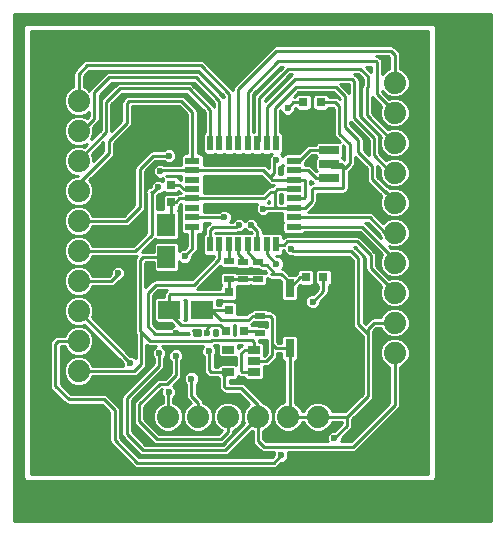
<source format=gtl>
G04 #@! TF.FileFunction,Copper,L1,Top,Signal*
%FSLAX46Y46*%
G04 Gerber Fmt 4.6, Leading zero omitted, Abs format (unit mm)*
G04 Created by KiCad (PCBNEW 4.0.6) date 06/21/17 15:37:03*
%MOMM*%
%LPD*%
G01*
G04 APERTURE LIST*
%ADD10C,0.100000*%
%ADD11C,0.300000*%
%ADD12R,1.500000X1.950000*%
%ADD13R,1.950000X1.500000*%
%ADD14R,0.750000X0.800000*%
%ADD15R,0.800000X0.750000*%
%ADD16C,1.879600*%
%ADD17R,0.900000X0.500000*%
%ADD18R,0.760000X1.600000*%
%ADD19R,1.060000X0.650000*%
%ADD20R,1.270000X0.558800*%
%ADD21R,0.558800X1.270000*%
%ADD22R,1.699260X0.698500*%
%ADD23C,0.600000*%
%ADD24C,0.250000*%
%ADD25C,0.254000*%
G04 APERTURE END LIST*
D10*
D11*
X139277468Y-93591463D02*
X139063182Y-93662891D01*
X138706039Y-93662891D01*
X138563182Y-93591463D01*
X138491753Y-93520034D01*
X138420325Y-93377177D01*
X138420325Y-93234320D01*
X138491753Y-93091463D01*
X138563182Y-93020034D01*
X138706039Y-92948606D01*
X138991753Y-92877177D01*
X139134611Y-92805749D01*
X139206039Y-92734320D01*
X139277468Y-92591463D01*
X139277468Y-92448606D01*
X139206039Y-92305749D01*
X139134611Y-92234320D01*
X138991753Y-92162891D01*
X138634611Y-92162891D01*
X138420325Y-92234320D01*
X137777468Y-93662891D02*
X137777468Y-92162891D01*
X137206040Y-92162891D01*
X137063182Y-92234320D01*
X136991754Y-92305749D01*
X136920325Y-92448606D01*
X136920325Y-92662891D01*
X136991754Y-92805749D01*
X137063182Y-92877177D01*
X137206040Y-92948606D01*
X137777468Y-92948606D01*
X136348897Y-93234320D02*
X135634611Y-93234320D01*
X136491754Y-93662891D02*
X135991754Y-92162891D01*
X135491754Y-93662891D01*
X134134611Y-93662891D02*
X134634611Y-92948606D01*
X134991754Y-93662891D02*
X134991754Y-92162891D01*
X134420326Y-92162891D01*
X134277468Y-92234320D01*
X134206040Y-92305749D01*
X134134611Y-92448606D01*
X134134611Y-92662891D01*
X134206040Y-92805749D01*
X134277468Y-92877177D01*
X134420326Y-92948606D01*
X134991754Y-92948606D01*
X133491754Y-93662891D02*
X133491754Y-92162891D01*
X132634611Y-93662891D02*
X133277468Y-92805749D01*
X132634611Y-92162891D02*
X133491754Y-93020034D01*
X160039428Y-131798143D02*
X159825142Y-131869571D01*
X159467999Y-131869571D01*
X159325142Y-131798143D01*
X159253713Y-131726714D01*
X159182285Y-131583857D01*
X159182285Y-131441000D01*
X159253713Y-131298143D01*
X159325142Y-131226714D01*
X159467999Y-131155286D01*
X159753713Y-131083857D01*
X159896571Y-131012429D01*
X159967999Y-130941000D01*
X160039428Y-130798143D01*
X160039428Y-130655286D01*
X159967999Y-130512429D01*
X159896571Y-130441000D01*
X159753713Y-130369571D01*
X159396571Y-130369571D01*
X159182285Y-130441000D01*
X158539428Y-131869571D02*
X158539428Y-130369571D01*
X157968000Y-130369571D01*
X157825142Y-130441000D01*
X157753714Y-130512429D01*
X157682285Y-130655286D01*
X157682285Y-130869571D01*
X157753714Y-131012429D01*
X157825142Y-131083857D01*
X157968000Y-131155286D01*
X158539428Y-131155286D01*
X157110857Y-131441000D02*
X156396571Y-131441000D01*
X157253714Y-131869571D02*
X156753714Y-130369571D01*
X156253714Y-131869571D01*
X154896571Y-131869571D02*
X155396571Y-131155286D01*
X155753714Y-131869571D02*
X155753714Y-130369571D01*
X155182286Y-130369571D01*
X155039428Y-130441000D01*
X154968000Y-130512429D01*
X154896571Y-130655286D01*
X154896571Y-130869571D01*
X154968000Y-131012429D01*
X155039428Y-131083857D01*
X155182286Y-131155286D01*
X155753714Y-131155286D01*
X154253714Y-131869571D02*
X154253714Y-130369571D01*
X153396571Y-131869571D02*
X154039428Y-131012429D01*
X153396571Y-130369571D02*
X154253714Y-131226714D01*
X167205743Y-103803072D02*
X167277171Y-104017358D01*
X167277171Y-104374501D01*
X167205743Y-104517358D01*
X167134314Y-104588787D01*
X166991457Y-104660215D01*
X166848600Y-104660215D01*
X166705743Y-104588787D01*
X166634314Y-104517358D01*
X166562886Y-104374501D01*
X166491457Y-104088787D01*
X166420029Y-103945929D01*
X166348600Y-103874501D01*
X166205743Y-103803072D01*
X166062886Y-103803072D01*
X165920029Y-103874501D01*
X165848600Y-103945929D01*
X165777171Y-104088787D01*
X165777171Y-104445929D01*
X165848600Y-104660215D01*
X167277171Y-105303072D02*
X165777171Y-105303072D01*
X165777171Y-105874500D01*
X165848600Y-106017358D01*
X165920029Y-106088786D01*
X166062886Y-106160215D01*
X166277171Y-106160215D01*
X166420029Y-106088786D01*
X166491457Y-106017358D01*
X166562886Y-105874500D01*
X166562886Y-105303072D01*
X166848600Y-106731643D02*
X166848600Y-107445929D01*
X167277171Y-106588786D02*
X165777171Y-107088786D01*
X167277171Y-107588786D01*
X167277171Y-108945929D02*
X166562886Y-108445929D01*
X167277171Y-108088786D02*
X165777171Y-108088786D01*
X165777171Y-108660214D01*
X165848600Y-108803072D01*
X165920029Y-108874500D01*
X166062886Y-108945929D01*
X166277171Y-108945929D01*
X166420029Y-108874500D01*
X166491457Y-108803072D01*
X166562886Y-108660214D01*
X166562886Y-108088786D01*
X167277171Y-109588786D02*
X165777171Y-109588786D01*
X167277171Y-110445929D02*
X166420029Y-109803072D01*
X165777171Y-110445929D02*
X166634314Y-109588786D01*
D12*
X141350000Y-110895000D03*
X141350000Y-108145000D03*
D13*
X141575000Y-115370000D03*
X144325000Y-115370000D03*
D14*
X146610000Y-113870000D03*
X146610000Y-115370000D03*
D15*
X154630000Y-112610000D03*
X153130000Y-112610000D03*
D14*
X141730000Y-104760000D03*
X141730000Y-106260000D03*
D15*
X152920000Y-97790000D03*
X154420000Y-97790000D03*
X147870000Y-117140000D03*
X146370000Y-117140000D03*
D16*
X141470000Y-124420000D03*
X144010000Y-124420000D03*
X146550000Y-124420000D03*
X149090000Y-124420000D03*
X151630000Y-124420000D03*
X154170000Y-124420000D03*
X160680000Y-118980000D03*
X160680000Y-116440000D03*
X160680000Y-113900000D03*
X160680000Y-111360000D03*
X160680000Y-108820000D03*
X160680000Y-106280000D03*
X160680000Y-103740000D03*
X160680000Y-101200000D03*
X160680000Y-98660000D03*
X160680000Y-96120000D03*
X133900000Y-120540000D03*
X133900000Y-118000000D03*
X133900000Y-115460000D03*
X133900000Y-112920000D03*
X133900000Y-110380000D03*
X133900000Y-107840000D03*
X133900000Y-105300000D03*
X133900000Y-102760000D03*
X133900000Y-100220000D03*
X133900000Y-97680000D03*
D17*
X149230000Y-117350000D03*
X149230000Y-115850000D03*
X149110000Y-112790000D03*
X149110000Y-111290000D03*
X146660000Y-112760000D03*
X146660000Y-111260000D03*
X147810000Y-112790000D03*
X147810000Y-111290000D03*
D18*
X151770000Y-118600000D03*
X151770000Y-113520000D03*
D19*
X148760000Y-120640000D03*
X148760000Y-119690000D03*
X148760000Y-118740000D03*
X146560000Y-118740000D03*
X146560000Y-120640000D03*
D20*
X152122600Y-108339080D03*
X152122600Y-107538980D03*
X152122600Y-106738880D03*
X152122600Y-105938780D03*
X152122600Y-105141220D03*
X152122600Y-104341120D03*
X152122600Y-103541020D03*
X152122600Y-102740920D03*
D21*
X150629080Y-101247400D03*
X149828980Y-101247400D03*
X149028880Y-101247400D03*
X148228780Y-101247400D03*
X147431220Y-101247400D03*
X146631120Y-101247400D03*
X145831020Y-101247400D03*
X145030920Y-101247400D03*
D20*
X143539940Y-102740920D03*
X143539940Y-103541020D03*
X143539940Y-104341120D03*
X143539940Y-105141220D03*
X143539940Y-105938780D03*
X143539940Y-106738880D03*
X143539940Y-107538980D03*
X143539940Y-108339080D03*
D21*
X145030920Y-109830060D03*
X145831020Y-109830060D03*
X146631120Y-109830060D03*
X147431220Y-109830060D03*
X148228780Y-109830060D03*
X149028880Y-109830060D03*
X149828980Y-109830060D03*
X150629080Y-109830060D03*
D22*
X155130000Y-104238880D03*
X155130000Y-103040000D03*
X155130000Y-101841120D03*
D23*
X155570000Y-126230000D03*
X151040000Y-127690000D03*
X151900000Y-110220000D03*
X149540000Y-106790000D03*
X150650000Y-102710000D03*
X151600000Y-98290000D03*
X140710000Y-119020000D03*
X140820000Y-103630000D03*
X144780000Y-117350000D03*
X144930000Y-118830000D03*
X153730000Y-114670000D03*
X141540000Y-122320000D03*
X150650000Y-111460000D03*
X143460000Y-121190000D03*
X148500000Y-108180000D03*
X142130000Y-119250000D03*
X138260000Y-119860000D03*
X142190000Y-117350000D03*
X147470000Y-108180000D03*
X137240000Y-112260000D03*
X142880000Y-110830000D03*
X140630000Y-104970000D03*
X146240000Y-107510000D03*
X141540000Y-102320000D03*
D24*
X133900000Y-120540000D02*
X138630000Y-120540000D01*
X139200000Y-119970000D02*
X139200000Y-117210000D01*
X138630000Y-120540000D02*
X139200000Y-119970000D01*
X141350000Y-110895000D02*
X139395000Y-110895000D01*
X148760000Y-118100000D02*
X148580000Y-117920000D01*
X148580000Y-117920000D02*
X145230000Y-117920000D01*
X148760000Y-118100000D02*
X148760000Y-118740000D01*
X145160000Y-117990000D02*
X145230000Y-117920000D01*
X139980000Y-117990000D02*
X145160000Y-117990000D01*
X139110000Y-117120000D02*
X139200000Y-117210000D01*
X139200000Y-117210000D02*
X139980000Y-117990000D01*
X139110000Y-111180000D02*
X139110000Y-117120000D01*
X139395000Y-110895000D02*
X139110000Y-111180000D01*
X148760000Y-118740000D02*
X147960000Y-118740000D01*
X147670000Y-119030000D02*
X147670000Y-120580000D01*
X147960000Y-118740000D02*
X147670000Y-119030000D01*
X147730000Y-120640000D02*
X148760000Y-120640000D01*
X147670000Y-120580000D02*
X147730000Y-120640000D01*
X156530000Y-103280000D02*
X155370000Y-103280000D01*
X155370000Y-103280000D02*
X155130000Y-103040000D01*
X133900000Y-118000000D02*
X132180000Y-118000000D01*
X156630000Y-125170000D02*
X156630000Y-124420000D01*
X155570000Y-126230000D02*
X156630000Y-125170000D01*
X150430000Y-128300000D02*
X151040000Y-127690000D01*
X138860000Y-128300000D02*
X150430000Y-128300000D01*
X136960000Y-126400000D02*
X138860000Y-128300000D01*
X136960000Y-123820000D02*
X136960000Y-126400000D01*
X136080000Y-122940000D02*
X136960000Y-123820000D01*
X133060000Y-122940000D02*
X136080000Y-122940000D01*
X131930000Y-121810000D02*
X133060000Y-122940000D01*
X131930000Y-118250000D02*
X131930000Y-121810000D01*
X132180000Y-118000000D02*
X131930000Y-118250000D01*
X154420000Y-97790000D02*
X155620000Y-97790000D01*
X156860000Y-102950000D02*
X156530000Y-103280000D01*
X156530000Y-103280000D02*
X156480000Y-103330000D01*
X156860000Y-101350000D02*
X156860000Y-102950000D01*
X155980000Y-100470000D02*
X156860000Y-101350000D01*
X155980000Y-98150000D02*
X155980000Y-100470000D01*
X155620000Y-97790000D02*
X155980000Y-98150000D01*
X134060000Y-117740000D02*
X134170000Y-117740000D01*
X134170000Y-117740000D02*
X134000000Y-117740000D01*
X150650000Y-106738880D02*
X149591120Y-106738880D01*
X157580000Y-116580000D02*
X158420000Y-117420000D01*
X157580000Y-110990000D02*
X157580000Y-116580000D01*
X157000000Y-110410000D02*
X157580000Y-110990000D01*
X152090000Y-110410000D02*
X157000000Y-110410000D01*
X151900000Y-110220000D02*
X152090000Y-110410000D01*
X149591120Y-106738880D02*
X149540000Y-106790000D01*
X160680000Y-116440000D02*
X161460000Y-116440000D01*
X154170000Y-124420000D02*
X156630000Y-124420000D01*
X156630000Y-124420000D02*
X156660000Y-124420000D01*
X156660000Y-124420000D02*
X158420000Y-122660000D01*
X158420000Y-122660000D02*
X158420000Y-117420000D01*
X158930000Y-116440000D02*
X160680000Y-116440000D01*
X158420000Y-117420000D02*
X158420000Y-116950000D01*
X158420000Y-116950000D02*
X158930000Y-116440000D01*
X141730000Y-106260000D02*
X141730000Y-107765000D01*
X141730000Y-107765000D02*
X141350000Y-108145000D01*
X151770000Y-118600000D02*
X151770000Y-124280000D01*
X151770000Y-124280000D02*
X151630000Y-124420000D01*
X146610000Y-115370000D02*
X144325000Y-115370000D01*
X144325000Y-115370000D02*
X145100000Y-115370000D01*
X145100000Y-115370000D02*
X145940000Y-116210000D01*
X145940000Y-116210000D02*
X148280000Y-116210000D01*
X148280000Y-116210000D02*
X148640000Y-115850000D01*
X148640000Y-115850000D02*
X149230000Y-115850000D01*
X148760000Y-119690000D02*
X149810000Y-119690000D01*
X150270000Y-119230000D02*
X150270000Y-118260000D01*
X149810000Y-119690000D02*
X150270000Y-119230000D01*
X149230000Y-115850000D02*
X150090000Y-115850000D01*
X150610000Y-118600000D02*
X151770000Y-118600000D01*
X150270000Y-118260000D02*
X150610000Y-118600000D01*
X150270000Y-116030000D02*
X150270000Y-118260000D01*
X150090000Y-115850000D02*
X150270000Y-116030000D01*
X154170000Y-124420000D02*
X151630000Y-124420000D01*
X141730000Y-106260000D02*
X142120000Y-106260000D01*
X142441220Y-105938780D02*
X143539940Y-105938780D01*
X142120000Y-106260000D02*
X142441220Y-105938780D01*
X143539940Y-105938780D02*
X149628780Y-105938780D01*
X150207560Y-105360000D02*
X150510000Y-105360000D01*
X149628780Y-105938780D02*
X150207560Y-105360000D01*
X152122600Y-106738880D02*
X153061120Y-106738880D01*
X156200000Y-103040000D02*
X156330000Y-103170000D01*
X156330000Y-103170000D02*
X156330000Y-103450000D01*
X156330000Y-103450000D02*
X156330000Y-105030000D01*
X156200000Y-103040000D02*
X155130000Y-103040000D01*
X156280000Y-105080000D02*
X156330000Y-105030000D01*
X153780000Y-105080000D02*
X156280000Y-105080000D01*
X153630000Y-105230000D02*
X153780000Y-105080000D01*
X153630000Y-106170000D02*
X153630000Y-105230000D01*
X153061120Y-106738880D02*
X153630000Y-106170000D01*
X152122600Y-106738880D02*
X150650000Y-106738880D01*
X150650000Y-106738880D02*
X150708880Y-106738880D01*
X150728780Y-105141220D02*
X152122600Y-105141220D01*
X150510000Y-105360000D02*
X150728780Y-105141220D01*
X150510000Y-106540000D02*
X150510000Y-105360000D01*
X150708880Y-106738880D02*
X150510000Y-106540000D01*
X152920000Y-97790000D02*
X152100000Y-97790000D01*
X150460000Y-103800000D02*
X150115000Y-104145000D01*
X150460000Y-102900000D02*
X150460000Y-103800000D01*
X150650000Y-102710000D02*
X150460000Y-102900000D01*
X152100000Y-97790000D02*
X151600000Y-98290000D01*
X146300000Y-127240000D02*
X139360000Y-127240000D01*
X139360000Y-127240000D02*
X137970000Y-125850000D01*
X137970000Y-125850000D02*
X137970000Y-122820000D01*
X137970000Y-122820000D02*
X140710000Y-120080000D01*
X140710000Y-120080000D02*
X140710000Y-119020000D01*
X149090000Y-124450000D02*
X146300000Y-127240000D01*
X140908980Y-103541020D02*
X143539940Y-103541020D01*
X140820000Y-103630000D02*
X140908980Y-103541020D01*
X149090000Y-124420000D02*
X149090000Y-124450000D01*
X146560000Y-120640000D02*
X145140000Y-120640000D01*
X144760000Y-116960000D02*
X145060000Y-116660000D01*
X144760000Y-117330000D02*
X144760000Y-116960000D01*
X144780000Y-117350000D02*
X144760000Y-117330000D01*
X144970000Y-118870000D02*
X144930000Y-118830000D01*
X144970000Y-120470000D02*
X144970000Y-118870000D01*
X145140000Y-120640000D02*
X144970000Y-120470000D01*
X160680000Y-118980000D02*
X160680000Y-123400000D01*
X149090000Y-126460000D02*
X149090000Y-124420000D01*
X149580000Y-126950000D02*
X149090000Y-126460000D01*
X157130000Y-126950000D02*
X149580000Y-126950000D01*
X160680000Y-123400000D02*
X157130000Y-126950000D01*
X141575000Y-115370000D02*
X141575000Y-114135000D01*
X141670000Y-114040000D02*
X146440000Y-114040000D01*
X141575000Y-114135000D02*
X141670000Y-114040000D01*
X146440000Y-114040000D02*
X146610000Y-113870000D01*
X146610000Y-113870000D02*
X146610000Y-112810000D01*
X146610000Y-112810000D02*
X146660000Y-112760000D01*
X147810000Y-112790000D02*
X146690000Y-112790000D01*
X146690000Y-112790000D02*
X146660000Y-112760000D01*
X149110000Y-112790000D02*
X147810000Y-112790000D01*
X141575000Y-115370000D02*
X141575000Y-115675000D01*
X141575000Y-115675000D02*
X142560000Y-116660000D01*
X142560000Y-116660000D02*
X145060000Y-116660000D01*
X145060000Y-116660000D02*
X145890000Y-116660000D01*
X145890000Y-116660000D02*
X146370000Y-117140000D01*
X149090000Y-124420000D02*
X149090000Y-123420000D01*
X146240000Y-121860000D02*
X146240000Y-120960000D01*
X146380000Y-122000000D02*
X146240000Y-121860000D01*
X147670000Y-122000000D02*
X146380000Y-122000000D01*
X149090000Y-123420000D02*
X147670000Y-122000000D01*
X146240000Y-120960000D02*
X146560000Y-120640000D01*
X143539940Y-103541020D02*
X149511020Y-103541020D01*
X149511020Y-103541020D02*
X150115000Y-104145000D01*
X150115000Y-104145000D02*
X150311120Y-104341120D01*
X150311120Y-104341120D02*
X152122600Y-104341120D01*
X152122600Y-104341120D02*
X153021120Y-104341120D01*
X152961220Y-105938780D02*
X152122600Y-105938780D01*
X153090000Y-105810000D02*
X152961220Y-105938780D01*
X153090000Y-104410000D02*
X153090000Y-105810000D01*
X153021120Y-104341120D02*
X153090000Y-104410000D01*
X141470000Y-124420000D02*
X141470000Y-122390000D01*
X154630000Y-113770000D02*
X154630000Y-112610000D01*
X153730000Y-114670000D02*
X154630000Y-113770000D01*
X141470000Y-122390000D02*
X141540000Y-122320000D01*
X150370000Y-112350000D02*
X150370000Y-112130000D01*
X149420000Y-111600000D02*
X149110000Y-111290000D01*
X149840000Y-111600000D02*
X149420000Y-111600000D01*
X150370000Y-112130000D02*
X149840000Y-111600000D01*
X153130000Y-112610000D02*
X152680000Y-112610000D01*
X152680000Y-112610000D02*
X151770000Y-113520000D01*
X151770000Y-113520000D02*
X151770000Y-113040000D01*
X151770000Y-113040000D02*
X151080000Y-112350000D01*
X151080000Y-112350000D02*
X150370000Y-112350000D01*
X150370000Y-112350000D02*
X150290000Y-112350000D01*
X150290000Y-112350000D02*
X150210000Y-112350000D01*
X149110000Y-111290000D02*
X149020000Y-111290000D01*
X149020000Y-111290000D02*
X148610000Y-110880000D01*
X148610000Y-110880000D02*
X148228780Y-110498780D01*
X148228780Y-110498780D02*
X148228780Y-109830060D01*
X141730000Y-104760000D02*
X142440000Y-104760000D01*
X142821220Y-105141220D02*
X143539940Y-105141220D01*
X142440000Y-104760000D02*
X142821220Y-105141220D01*
X147870000Y-117140000D02*
X149020000Y-117140000D01*
X149020000Y-117140000D02*
X149230000Y-117350000D01*
X144010000Y-124420000D02*
X144010000Y-123240000D01*
X149828980Y-110638980D02*
X149828980Y-109830060D01*
X150650000Y-111460000D02*
X149828980Y-110638980D01*
X143460000Y-122690000D02*
X143460000Y-121190000D01*
X144010000Y-123240000D02*
X143460000Y-122690000D01*
X146550000Y-124420000D02*
X146550000Y-125670000D01*
X149028880Y-108708880D02*
X149028880Y-109830060D01*
X148500000Y-108180000D02*
X149028880Y-108708880D01*
X142160000Y-119280000D02*
X142130000Y-119250000D01*
X142160000Y-120920000D02*
X142160000Y-119280000D01*
X141430000Y-121650000D02*
X142160000Y-120920000D01*
X140760000Y-121650000D02*
X141430000Y-121650000D01*
X139030000Y-123380000D02*
X140760000Y-121650000D01*
X139030000Y-124760000D02*
X139030000Y-123380000D01*
X140560000Y-126290000D02*
X139030000Y-124760000D01*
X145930000Y-126290000D02*
X140560000Y-126290000D01*
X146550000Y-125670000D02*
X145930000Y-126290000D01*
X150659020Y-109860000D02*
X151160000Y-109860000D01*
X151270000Y-109860000D02*
X151160000Y-109860000D01*
X151550000Y-109580000D02*
X151270000Y-109860000D01*
X157470000Y-109580000D02*
X151550000Y-109580000D01*
X158640000Y-110750000D02*
X157470000Y-109580000D01*
X158640000Y-111820000D02*
X158640000Y-110750000D01*
X158640000Y-111820000D02*
X160680000Y-113860000D01*
X150659020Y-109860000D02*
X150629080Y-109830060D01*
X160680000Y-113900000D02*
X160680000Y-113860000D01*
X160680000Y-111360000D02*
X160680000Y-111110000D01*
X160680000Y-111110000D02*
X157909080Y-108339080D01*
X157909080Y-108339080D02*
X152122600Y-108339080D01*
X160680000Y-108820000D02*
X159840000Y-108820000D01*
X159840000Y-108820000D02*
X158558980Y-107538980D01*
X158558980Y-107538980D02*
X152122600Y-107538980D01*
X150540000Y-100520000D02*
X150540000Y-101158320D01*
X150540000Y-101158320D02*
X150629080Y-101247400D01*
X160680000Y-106280000D02*
X160680000Y-106150000D01*
X160680000Y-106150000D02*
X159840000Y-105310000D01*
X159840000Y-105310000D02*
X159840000Y-105350000D01*
X160680000Y-106280000D02*
X160680000Y-106190000D01*
X160680000Y-106190000D02*
X159840000Y-105350000D01*
X159840000Y-105350000D02*
X158760000Y-104270000D01*
X158760000Y-104270000D02*
X158760000Y-103210000D01*
X158760000Y-103210000D02*
X157580000Y-102030000D01*
X157580000Y-102030000D02*
X157580000Y-100980000D01*
X157580000Y-100980000D02*
X156460000Y-99860000D01*
X156460000Y-99860000D02*
X156460000Y-97290000D01*
X156460000Y-97290000D02*
X155670000Y-96500000D01*
X155670000Y-96500000D02*
X152330000Y-96500000D01*
X152330000Y-96500000D02*
X150540000Y-98290000D01*
X150540000Y-98290000D02*
X150540000Y-100520000D01*
X150540000Y-100520000D02*
X150540000Y-100580000D01*
X149828980Y-100500000D02*
X149828980Y-101247400D01*
X160680000Y-103740000D02*
X160400000Y-103740000D01*
X160400000Y-103740000D02*
X158920000Y-102260000D01*
X158920000Y-102260000D02*
X158920000Y-100810000D01*
X158920000Y-100810000D02*
X157250000Y-99140000D01*
X157250000Y-99140000D02*
X157250000Y-96010000D01*
X157250000Y-96010000D02*
X157020000Y-95780000D01*
X157020000Y-95780000D02*
X152210000Y-95780000D01*
X152210000Y-95780000D02*
X149828980Y-98161020D01*
X149828980Y-98161020D02*
X149828980Y-100500000D01*
X160680000Y-101200000D02*
X160600000Y-101200000D01*
X160600000Y-101200000D02*
X158310000Y-98910000D01*
X158310000Y-98910000D02*
X158310000Y-96560000D01*
X158310000Y-96560000D02*
X158420000Y-96450000D01*
X158420000Y-96450000D02*
X158420000Y-95610000D01*
X158420000Y-95610000D02*
X157750000Y-94940000D01*
X157750000Y-94940000D02*
X151660000Y-94940000D01*
X151660000Y-94940000D02*
X149200000Y-97400000D01*
X149200000Y-97400000D02*
X149200000Y-101076280D01*
X149200000Y-101076280D02*
X149028880Y-101247400D01*
X160680000Y-98660000D02*
X160680000Y-98650000D01*
X160680000Y-98650000D02*
X159150000Y-97120000D01*
X159150000Y-97120000D02*
X159150000Y-94380000D01*
X159150000Y-94380000D02*
X159100000Y-94330000D01*
X159100000Y-94330000D02*
X150820000Y-94330000D01*
X150820000Y-94330000D02*
X148228780Y-96921220D01*
X148228780Y-96921220D02*
X148228780Y-101247400D01*
X160680000Y-96120000D02*
X160680000Y-93790000D01*
X147431220Y-96648780D02*
X147431220Y-101247400D01*
X150650000Y-93430000D02*
X147431220Y-96648780D01*
X160320000Y-93430000D02*
X150650000Y-93430000D01*
X160680000Y-93790000D02*
X160320000Y-93430000D01*
X145831020Y-109830060D02*
X145831020Y-111078980D01*
X138260000Y-119860000D02*
X133900000Y-115500000D01*
X143190000Y-117350000D02*
X142190000Y-117350000D01*
X143230000Y-117390000D02*
X143190000Y-117350000D01*
X140400000Y-117390000D02*
X143230000Y-117390000D01*
X139750000Y-116740000D02*
X140400000Y-117390000D01*
X139750000Y-113920002D02*
X139750000Y-116740000D01*
X140430002Y-113240000D02*
X139750000Y-113920002D01*
X143670000Y-113240000D02*
X140430002Y-113240000D01*
X145831020Y-111078980D02*
X143670000Y-113240000D01*
X133900000Y-115500000D02*
X133900000Y-115460000D01*
X133900000Y-115460000D02*
X133900000Y-115570000D01*
X133900000Y-112920000D02*
X136640000Y-112920000D01*
X145030920Y-108629080D02*
X145030920Y-109830060D01*
X145270000Y-108390000D02*
X145030920Y-108629080D01*
X147260000Y-108390000D02*
X145270000Y-108390000D01*
X147470000Y-108180000D02*
X147260000Y-108390000D01*
X137240000Y-112320000D02*
X137240000Y-112260000D01*
X136640000Y-112920000D02*
X137240000Y-112320000D01*
X140080000Y-105380000D02*
X140220000Y-105380000D01*
X143539940Y-110170060D02*
X143539940Y-108339080D01*
X142880000Y-110830000D02*
X143539940Y-110170060D01*
X140220000Y-105380000D02*
X140630000Y-104970000D01*
X133900000Y-110380000D02*
X138720000Y-110380000D01*
X140080000Y-105380000D02*
X140020000Y-105380000D01*
X140090000Y-105390000D02*
X140080000Y-105380000D01*
X140090000Y-109010000D02*
X140090000Y-105390000D01*
X138720000Y-110380000D02*
X140090000Y-109010000D01*
X133900000Y-107840000D02*
X137920000Y-107840000D01*
X146211020Y-107538980D02*
X143539940Y-107538980D01*
X146240000Y-107510000D02*
X146211020Y-107538980D01*
X140200000Y-102320000D02*
X141540000Y-102320000D01*
X139090000Y-103430000D02*
X140200000Y-102320000D01*
X139090000Y-106670000D02*
X139090000Y-103430000D01*
X137920000Y-107840000D02*
X139090000Y-106670000D01*
X136460000Y-102090000D02*
X136460000Y-101090000D01*
X133900000Y-104650000D02*
X136460000Y-102090000D01*
X143539940Y-98609940D02*
X143539940Y-102740920D01*
X142610000Y-97680000D02*
X143539940Y-98609940D01*
X138180000Y-97680000D02*
X142610000Y-97680000D01*
X137970000Y-97890000D02*
X138180000Y-97680000D01*
X137970000Y-99580000D02*
X137970000Y-97890000D01*
X136460000Y-101090000D02*
X137970000Y-99580000D01*
X133900000Y-105300000D02*
X133900000Y-104650000D01*
X133900000Y-102760000D02*
X133900000Y-102640000D01*
X133900000Y-102640000D02*
X136240000Y-100300000D01*
X136240000Y-100300000D02*
X136240000Y-97780000D01*
X136240000Y-97780000D02*
X137400000Y-96620000D01*
X137400000Y-96620000D02*
X143220000Y-96620000D01*
X143220000Y-96620000D02*
X145030920Y-98430920D01*
X145030920Y-98430920D02*
X145030920Y-101247400D01*
X133900000Y-100220000D02*
X134190000Y-100220000D01*
X134190000Y-100220000D02*
X135230000Y-99180000D01*
X135230000Y-99180000D02*
X135230000Y-96950000D01*
X135230000Y-96950000D02*
X136510000Y-95670000D01*
X136510000Y-95670000D02*
X143840000Y-95670000D01*
X143840000Y-95670000D02*
X145831020Y-97661020D01*
X145831020Y-97661020D02*
X145831020Y-101247400D01*
X133900000Y-97680000D02*
X133900000Y-95380000D01*
X146631120Y-97061120D02*
X146631120Y-101247400D01*
X144230000Y-94660000D02*
X146631120Y-97061120D01*
X134620000Y-94660000D02*
X144230000Y-94660000D01*
X133900000Y-95380000D02*
X134620000Y-94660000D01*
X146660000Y-111260000D02*
X146660000Y-109858940D01*
X146660000Y-109858940D02*
X146631120Y-109830060D01*
X147810000Y-111290000D02*
X147810000Y-111050000D01*
X147810000Y-111050000D02*
X147431220Y-110671220D01*
X147431220Y-110671220D02*
X147431220Y-109830060D01*
X155130000Y-104238880D02*
X153998880Y-104238880D01*
X153301020Y-103541020D02*
X152122600Y-103541020D01*
X153998880Y-104238880D02*
X153301020Y-103541020D01*
X152122600Y-102740920D02*
X152599080Y-102740920D01*
X152599080Y-102740920D02*
X153498880Y-101841120D01*
X153498880Y-101841120D02*
X155130000Y-101841120D01*
D25*
G36*
X168783000Y-133223000D02*
X128397000Y-133223000D01*
X128397000Y-91440000D01*
X129238000Y-91440000D01*
X129238000Y-129540000D01*
X129260988Y-129655570D01*
X129326454Y-129753546D01*
X129424430Y-129819012D01*
X129540000Y-129842000D01*
X163830000Y-129842000D01*
X163945570Y-129819012D01*
X164043546Y-129753546D01*
X164109012Y-129655570D01*
X164132000Y-129540000D01*
X164132000Y-91440000D01*
X164109012Y-91324430D01*
X164043546Y-91226454D01*
X163945570Y-91160988D01*
X163830000Y-91138000D01*
X129540000Y-91138000D01*
X129424430Y-91160988D01*
X129326454Y-91226454D01*
X129260988Y-91324430D01*
X129238000Y-91440000D01*
X128397000Y-91440000D01*
X128397000Y-90297000D01*
X168783000Y-90297000D01*
X168783000Y-133223000D01*
X168783000Y-133223000D01*
G37*
X168783000Y-133223000D02*
X128397000Y-133223000D01*
X128397000Y-91440000D01*
X129238000Y-91440000D01*
X129238000Y-129540000D01*
X129260988Y-129655570D01*
X129326454Y-129753546D01*
X129424430Y-129819012D01*
X129540000Y-129842000D01*
X163830000Y-129842000D01*
X163945570Y-129819012D01*
X164043546Y-129753546D01*
X164109012Y-129655570D01*
X164132000Y-129540000D01*
X164132000Y-91440000D01*
X164109012Y-91324430D01*
X164043546Y-91226454D01*
X163945570Y-91160988D01*
X163830000Y-91138000D01*
X129540000Y-91138000D01*
X129424430Y-91160988D01*
X129326454Y-91226454D01*
X129260988Y-91324430D01*
X129238000Y-91440000D01*
X128397000Y-91440000D01*
X128397000Y-90297000D01*
X168783000Y-90297000D01*
X168783000Y-133223000D01*
G36*
X163528000Y-129238000D02*
X129842000Y-129238000D01*
X129842000Y-118250000D01*
X131478000Y-118250000D01*
X131478000Y-121810000D01*
X131512406Y-121982973D01*
X131610388Y-122129612D01*
X132740388Y-123259612D01*
X132887027Y-123357594D01*
X133060000Y-123392000D01*
X135892776Y-123392000D01*
X136508000Y-124007224D01*
X136508000Y-126400000D01*
X136542406Y-126572973D01*
X136640388Y-126719612D01*
X138540388Y-128619612D01*
X138687027Y-128717594D01*
X138860000Y-128752000D01*
X150430000Y-128752000D01*
X150602973Y-128717594D01*
X150749612Y-128619612D01*
X151052213Y-128317011D01*
X151164171Y-128317109D01*
X151394703Y-128221855D01*
X151571235Y-128045631D01*
X151666891Y-127815265D01*
X151667109Y-127565829D01*
X151599416Y-127402000D01*
X157130000Y-127402000D01*
X157302973Y-127367594D01*
X157449612Y-127269612D01*
X160999612Y-123719612D01*
X161097594Y-123572973D01*
X161132000Y-123400000D01*
X161132000Y-120163917D01*
X161396647Y-120054567D01*
X161753314Y-119698521D01*
X161946580Y-119233088D01*
X161947019Y-118729123D01*
X161754567Y-118263353D01*
X161398521Y-117906686D01*
X160933088Y-117713420D01*
X160429123Y-117712981D01*
X159963353Y-117905433D01*
X159606686Y-118261479D01*
X159413420Y-118726912D01*
X159412981Y-119230877D01*
X159605433Y-119696647D01*
X159961479Y-120053314D01*
X160228000Y-120163984D01*
X160228000Y-123212776D01*
X156942776Y-126498000D01*
X156137622Y-126498000D01*
X156196891Y-126355265D01*
X156196990Y-126242235D01*
X156949612Y-125489613D01*
X157047594Y-125342973D01*
X157082000Y-125170000D01*
X157082000Y-124637224D01*
X158739612Y-122979612D01*
X158837594Y-122832973D01*
X158872000Y-122660000D01*
X158872000Y-117137224D01*
X159117224Y-116892000D01*
X159496083Y-116892000D01*
X159605433Y-117156647D01*
X159961479Y-117513314D01*
X160426912Y-117706580D01*
X160930877Y-117707019D01*
X161396647Y-117514567D01*
X161753314Y-117158521D01*
X161946580Y-116693088D01*
X161947019Y-116189123D01*
X161754567Y-115723353D01*
X161398521Y-115366686D01*
X160933088Y-115173420D01*
X160429123Y-115172981D01*
X159963353Y-115365433D01*
X159606686Y-115721479D01*
X159496016Y-115988000D01*
X158930000Y-115988000D01*
X158757027Y-116022406D01*
X158610388Y-116120388D01*
X158185000Y-116545776D01*
X158032000Y-116392776D01*
X158032000Y-110990000D01*
X157997594Y-110817027D01*
X157899612Y-110670388D01*
X157319612Y-110090388D01*
X157232229Y-110032000D01*
X157282776Y-110032000D01*
X158188000Y-110937224D01*
X158188000Y-111820000D01*
X158222406Y-111992973D01*
X158320388Y-112139612D01*
X159534968Y-113354193D01*
X159413420Y-113646912D01*
X159412981Y-114150877D01*
X159605433Y-114616647D01*
X159961479Y-114973314D01*
X160426912Y-115166580D01*
X160930877Y-115167019D01*
X161396647Y-114974567D01*
X161753314Y-114618521D01*
X161946580Y-114153088D01*
X161947019Y-113649123D01*
X161754567Y-113183353D01*
X161398521Y-112826686D01*
X160933088Y-112633420D01*
X160429123Y-112632981D01*
X160190714Y-112731489D01*
X159092000Y-111632776D01*
X159092000Y-110750000D01*
X159057594Y-110577027D01*
X158959612Y-110430388D01*
X157789612Y-109260388D01*
X157642973Y-109162406D01*
X157470000Y-109128000D01*
X151550000Y-109128000D01*
X151377027Y-109162406D01*
X151241886Y-109252705D01*
X151241886Y-109195060D01*
X151219085Y-109073881D01*
X151147468Y-108962586D01*
X151038194Y-108887922D01*
X150908480Y-108861654D01*
X150349680Y-108861654D01*
X150228501Y-108884455D01*
X150226699Y-108885614D01*
X150108380Y-108861654D01*
X149549580Y-108861654D01*
X149480880Y-108874581D01*
X149480880Y-108708880D01*
X149446474Y-108535907D01*
X149348492Y-108389268D01*
X149127011Y-108167787D01*
X149127109Y-108055829D01*
X149031855Y-107825297D01*
X148855631Y-107648765D01*
X148625265Y-107553109D01*
X148375829Y-107552891D01*
X148145297Y-107648145D01*
X147984875Y-107808287D01*
X147825631Y-107648765D01*
X147595265Y-107553109D01*
X147345829Y-107552891D01*
X147115297Y-107648145D01*
X146938765Y-107824369D01*
X146891581Y-107938000D01*
X146698740Y-107938000D01*
X146771235Y-107865631D01*
X146866891Y-107635265D01*
X146867109Y-107385829D01*
X146771855Y-107155297D01*
X146595631Y-106978765D01*
X146365265Y-106883109D01*
X146115829Y-106882891D01*
X145885297Y-106978145D01*
X145776272Y-107086980D01*
X144494434Y-107086980D01*
X144508346Y-107018280D01*
X144508346Y-106459480D01*
X144495419Y-106390780D01*
X149052430Y-106390780D01*
X149008765Y-106434369D01*
X148913109Y-106664735D01*
X148912891Y-106914171D01*
X149008145Y-107144703D01*
X149184369Y-107321235D01*
X149414735Y-107416891D01*
X149664171Y-107417109D01*
X149894703Y-107321855D01*
X150025907Y-107190880D01*
X151168106Y-107190880D01*
X151154194Y-107259580D01*
X151154194Y-107818380D01*
X151176995Y-107939559D01*
X151178154Y-107941361D01*
X151154194Y-108059680D01*
X151154194Y-108618480D01*
X151176995Y-108739659D01*
X151248612Y-108850954D01*
X151357886Y-108925618D01*
X151487600Y-108951886D01*
X152757600Y-108951886D01*
X152878779Y-108929085D01*
X152990074Y-108857468D01*
X153035435Y-108791080D01*
X157721856Y-108791080D01*
X159596584Y-110665808D01*
X159413420Y-111106912D01*
X159412981Y-111610877D01*
X159605433Y-112076647D01*
X159961479Y-112433314D01*
X160426912Y-112626580D01*
X160930877Y-112627019D01*
X161396647Y-112434567D01*
X161753314Y-112078521D01*
X161946580Y-111613088D01*
X161947019Y-111109123D01*
X161754567Y-110643353D01*
X161398521Y-110286686D01*
X160933088Y-110093420D01*
X160429123Y-110092981D01*
X160339314Y-110130089D01*
X160202705Y-109993481D01*
X160426912Y-110086580D01*
X160930877Y-110087019D01*
X161396647Y-109894567D01*
X161753314Y-109538521D01*
X161946580Y-109073088D01*
X161947019Y-108569123D01*
X161754567Y-108103353D01*
X161398521Y-107746686D01*
X160933088Y-107553420D01*
X160429123Y-107552981D01*
X159963353Y-107745433D01*
X159683762Y-108024538D01*
X158878592Y-107219368D01*
X158731953Y-107121386D01*
X158558980Y-107086980D01*
X153338097Y-107086980D01*
X153380732Y-107058492D01*
X153949612Y-106489612D01*
X154047594Y-106342973D01*
X154082000Y-106170000D01*
X154082000Y-105532000D01*
X156280000Y-105532000D01*
X156452973Y-105497594D01*
X156599612Y-105399612D01*
X156649612Y-105349612D01*
X156747594Y-105202973D01*
X156782000Y-105030000D01*
X156782000Y-103661380D01*
X156799612Y-103649612D01*
X156849612Y-103599612D01*
X157179612Y-103269613D01*
X157277594Y-103122974D01*
X157290014Y-103060532D01*
X157312000Y-102950000D01*
X157312000Y-102401224D01*
X158308000Y-103397224D01*
X158308000Y-104270000D01*
X158342406Y-104442973D01*
X158440388Y-104589612D01*
X159520388Y-105669613D01*
X159520391Y-105669615D01*
X159549639Y-105698863D01*
X159413420Y-106026912D01*
X159412981Y-106530877D01*
X159605433Y-106996647D01*
X159961479Y-107353314D01*
X160426912Y-107546580D01*
X160930877Y-107547019D01*
X161396647Y-107354567D01*
X161753314Y-106998521D01*
X161946580Y-106533088D01*
X161947019Y-106029123D01*
X161754567Y-105563353D01*
X161398521Y-105206686D01*
X160933088Y-105013420D01*
X160429123Y-105012981D01*
X160254399Y-105085175D01*
X160159612Y-104990388D01*
X160039066Y-104909841D01*
X159212000Y-104082776D01*
X159212000Y-103210000D01*
X159207338Y-103186562D01*
X159441079Y-103420303D01*
X159413420Y-103486912D01*
X159412981Y-103990877D01*
X159605433Y-104456647D01*
X159961479Y-104813314D01*
X160426912Y-105006580D01*
X160930877Y-105007019D01*
X161396647Y-104814567D01*
X161753314Y-104458521D01*
X161946580Y-103993088D01*
X161947019Y-103489123D01*
X161754567Y-103023353D01*
X161398521Y-102666686D01*
X160933088Y-102473420D01*
X160429123Y-102472981D01*
X159964276Y-102665052D01*
X159372000Y-102072776D01*
X159372000Y-100810000D01*
X159337594Y-100637027D01*
X159321139Y-100612400D01*
X159239613Y-100490388D01*
X157702000Y-98952776D01*
X157702000Y-96010000D01*
X157667594Y-95837027D01*
X157569612Y-95690388D01*
X157339612Y-95460388D01*
X157237263Y-95392000D01*
X157562776Y-95392000D01*
X157968000Y-95797224D01*
X157968000Y-96273894D01*
X157892406Y-96387027D01*
X157858000Y-96560000D01*
X157858000Y-98910000D01*
X157892406Y-99082973D01*
X157990388Y-99229612D01*
X159499760Y-100738984D01*
X159413420Y-100946912D01*
X159412981Y-101450877D01*
X159605433Y-101916647D01*
X159961479Y-102273314D01*
X160426912Y-102466580D01*
X160930877Y-102467019D01*
X161396647Y-102274567D01*
X161753314Y-101918521D01*
X161946580Y-101453088D01*
X161947019Y-100949123D01*
X161754567Y-100483353D01*
X161398521Y-100126686D01*
X160933088Y-99933420D01*
X160429123Y-99932981D01*
X160105799Y-100066575D01*
X158762000Y-98722776D01*
X158762000Y-97337263D01*
X158830388Y-97439612D01*
X159526166Y-98135390D01*
X159413420Y-98406912D01*
X159412981Y-98910877D01*
X159605433Y-99376647D01*
X159961479Y-99733314D01*
X160426912Y-99926580D01*
X160930877Y-99927019D01*
X161396647Y-99734567D01*
X161753314Y-99378521D01*
X161946580Y-98913088D01*
X161947019Y-98409123D01*
X161754567Y-97943353D01*
X161398521Y-97586686D01*
X160933088Y-97393420D01*
X160429123Y-97392981D01*
X160169485Y-97500261D01*
X159602000Y-96932776D01*
X159602000Y-96828338D01*
X159605433Y-96836647D01*
X159961479Y-97193314D01*
X160426912Y-97386580D01*
X160930877Y-97387019D01*
X161396647Y-97194567D01*
X161753314Y-96838521D01*
X161946580Y-96373088D01*
X161947019Y-95869123D01*
X161754567Y-95403353D01*
X161398521Y-95046686D01*
X161132000Y-94936016D01*
X161132000Y-93790000D01*
X161097594Y-93617027D01*
X160999612Y-93470388D01*
X160639612Y-93110388D01*
X160492973Y-93012406D01*
X160320000Y-92978000D01*
X150650000Y-92978000D01*
X150477027Y-93012406D01*
X150330388Y-93110388D01*
X147111608Y-96329168D01*
X147013626Y-96475807D01*
X146979220Y-96648780D01*
X146979220Y-96784142D01*
X146950732Y-96741507D01*
X144549612Y-94340388D01*
X144402973Y-94242406D01*
X144230000Y-94208000D01*
X134620000Y-94208000D01*
X134447027Y-94242406D01*
X134300388Y-94340388D01*
X133580388Y-95060388D01*
X133482406Y-95207027D01*
X133448000Y-95380000D01*
X133448000Y-96496083D01*
X133183353Y-96605433D01*
X132826686Y-96961479D01*
X132633420Y-97426912D01*
X132632981Y-97930877D01*
X132825433Y-98396647D01*
X133181479Y-98753314D01*
X133646912Y-98946580D01*
X134150877Y-98947019D01*
X134616647Y-98754567D01*
X134778000Y-98593495D01*
X134778000Y-98992776D01*
X134621303Y-99149473D01*
X134618521Y-99146686D01*
X134153088Y-98953420D01*
X133649123Y-98952981D01*
X133183353Y-99145433D01*
X132826686Y-99501479D01*
X132633420Y-99966912D01*
X132632981Y-100470877D01*
X132825433Y-100936647D01*
X133181479Y-101293314D01*
X133646912Y-101486580D01*
X134150877Y-101487019D01*
X134598859Y-101301917D01*
X134332752Y-101568024D01*
X134153088Y-101493420D01*
X133649123Y-101492981D01*
X133183353Y-101685433D01*
X132826686Y-102041479D01*
X132633420Y-102506912D01*
X132632981Y-103010877D01*
X132825433Y-103476647D01*
X133181479Y-103833314D01*
X133646912Y-104026580D01*
X133883989Y-104026787D01*
X133877596Y-104033180D01*
X133649123Y-104032981D01*
X133183353Y-104225433D01*
X132826686Y-104581479D01*
X132633420Y-105046912D01*
X132632981Y-105550877D01*
X132825433Y-106016647D01*
X133181479Y-106373314D01*
X133646912Y-106566580D01*
X134150877Y-106567019D01*
X134616647Y-106374567D01*
X134973314Y-106018521D01*
X135166580Y-105553088D01*
X135167019Y-105049123D01*
X134974567Y-104583353D01*
X134790380Y-104398844D01*
X136779612Y-102409612D01*
X136877594Y-102262973D01*
X136912000Y-102090000D01*
X136912000Y-101277224D01*
X138289612Y-99899613D01*
X138387594Y-99752974D01*
X138400711Y-99687027D01*
X138422000Y-99580000D01*
X138422000Y-98132000D01*
X142422776Y-98132000D01*
X143087940Y-98797164D01*
X143087940Y-102128114D01*
X142904940Y-102128114D01*
X142783761Y-102150915D01*
X142672466Y-102222532D01*
X142597802Y-102331806D01*
X142571534Y-102461520D01*
X142571534Y-103020320D01*
X142584461Y-103089020D01*
X141152162Y-103089020D01*
X140945265Y-103003109D01*
X140695829Y-103002891D01*
X140465297Y-103098145D01*
X140288765Y-103274369D01*
X140193109Y-103504735D01*
X140192891Y-103754171D01*
X140288145Y-103984703D01*
X140464369Y-104161235D01*
X140694735Y-104256891D01*
X140944171Y-104257109D01*
X141063115Y-104207962D01*
X141047862Y-104230286D01*
X141021594Y-104360000D01*
X141021594Y-104474791D01*
X140985631Y-104438765D01*
X140755265Y-104343109D01*
X140505829Y-104342891D01*
X140275297Y-104438145D01*
X140098765Y-104614369D01*
X140003109Y-104844735D01*
X140003033Y-104931375D01*
X139847027Y-104962406D01*
X139700388Y-105060388D01*
X139602406Y-105207027D01*
X139568000Y-105380000D01*
X139602406Y-105552973D01*
X139638000Y-105606243D01*
X139638000Y-108822775D01*
X138532776Y-109928000D01*
X135083917Y-109928000D01*
X134974567Y-109663353D01*
X134618521Y-109306686D01*
X134153088Y-109113420D01*
X133649123Y-109112981D01*
X133183353Y-109305433D01*
X132826686Y-109661479D01*
X132633420Y-110126912D01*
X132632981Y-110630877D01*
X132825433Y-111096647D01*
X133181479Y-111453314D01*
X133646912Y-111646580D01*
X134150877Y-111647019D01*
X134616647Y-111454567D01*
X134973314Y-111098521D01*
X135083984Y-110832000D01*
X138720000Y-110832000D01*
X138843302Y-110807474D01*
X138790388Y-110860388D01*
X138692406Y-111007027D01*
X138658000Y-111180000D01*
X138658000Y-117120000D01*
X138692406Y-117292973D01*
X138748000Y-117376174D01*
X138748000Y-119461365D01*
X138615631Y-119328765D01*
X138385265Y-119233109D01*
X138272234Y-119233010D01*
X135045031Y-116005807D01*
X135166580Y-115713088D01*
X135167019Y-115209123D01*
X134974567Y-114743353D01*
X134618521Y-114386686D01*
X134153088Y-114193420D01*
X133649123Y-114192981D01*
X133183353Y-114385433D01*
X132826686Y-114741479D01*
X132633420Y-115206912D01*
X132632981Y-115710877D01*
X132825433Y-116176647D01*
X133181479Y-116533314D01*
X133646912Y-116726580D01*
X134150877Y-116727019D01*
X134389286Y-116628510D01*
X137632989Y-119872213D01*
X137632891Y-119984171D01*
X137675792Y-120088000D01*
X135083917Y-120088000D01*
X134974567Y-119823353D01*
X134618521Y-119466686D01*
X134153088Y-119273420D01*
X133649123Y-119272981D01*
X133183353Y-119465433D01*
X132826686Y-119821479D01*
X132633420Y-120286912D01*
X132632981Y-120790877D01*
X132825433Y-121256647D01*
X133181479Y-121613314D01*
X133646912Y-121806580D01*
X134150877Y-121807019D01*
X134616647Y-121614567D01*
X134973314Y-121258521D01*
X135083984Y-120992000D01*
X138630000Y-120992000D01*
X138802973Y-120957594D01*
X138949612Y-120859612D01*
X139519612Y-120289612D01*
X139617594Y-120142973D01*
X139652000Y-119970000D01*
X139652000Y-118301225D01*
X139660388Y-118309613D01*
X139785349Y-118393109D01*
X139807027Y-118407594D01*
X139980000Y-118442000D01*
X140466976Y-118442000D01*
X140355297Y-118488145D01*
X140178765Y-118664369D01*
X140083109Y-118894735D01*
X140082891Y-119144171D01*
X140178145Y-119374703D01*
X140258000Y-119454698D01*
X140258000Y-119892776D01*
X137650388Y-122500388D01*
X137552406Y-122647027D01*
X137518000Y-122820000D01*
X137518000Y-125850000D01*
X137552406Y-126022973D01*
X137650388Y-126169612D01*
X139040388Y-127559612D01*
X139187027Y-127657594D01*
X139360000Y-127692000D01*
X146300000Y-127692000D01*
X146472973Y-127657594D01*
X146619612Y-127559612D01*
X148593654Y-125585570D01*
X148638000Y-125603984D01*
X148638000Y-126460000D01*
X148672406Y-126632973D01*
X148770388Y-126779612D01*
X149260388Y-127269613D01*
X149407027Y-127367594D01*
X149580000Y-127402000D01*
X150480682Y-127402000D01*
X150413109Y-127564735D01*
X150413010Y-127677766D01*
X150242776Y-127848000D01*
X139047224Y-127848000D01*
X137412000Y-126212776D01*
X137412000Y-123820000D01*
X137377594Y-123647027D01*
X137279612Y-123500388D01*
X136399612Y-122620388D01*
X136252973Y-122522406D01*
X136080000Y-122488000D01*
X133247224Y-122488000D01*
X132382000Y-121622776D01*
X132382000Y-118452000D01*
X132716083Y-118452000D01*
X132825433Y-118716647D01*
X133181479Y-119073314D01*
X133646912Y-119266580D01*
X134150877Y-119267019D01*
X134616647Y-119074567D01*
X134973314Y-118718521D01*
X135166580Y-118253088D01*
X135167019Y-117749123D01*
X134974567Y-117283353D01*
X134618521Y-116926686D01*
X134153088Y-116733420D01*
X133649123Y-116732981D01*
X133183353Y-116925433D01*
X132826686Y-117281479D01*
X132716016Y-117548000D01*
X132180000Y-117548000D01*
X132007027Y-117582406D01*
X131860387Y-117680388D01*
X131610388Y-117930388D01*
X131512406Y-118077027D01*
X131478000Y-118250000D01*
X129842000Y-118250000D01*
X129842000Y-113170877D01*
X132632981Y-113170877D01*
X132825433Y-113636647D01*
X133181479Y-113993314D01*
X133646912Y-114186580D01*
X134150877Y-114187019D01*
X134616647Y-113994567D01*
X134973314Y-113638521D01*
X135083984Y-113372000D01*
X136640000Y-113372000D01*
X136812973Y-113337594D01*
X136959612Y-113239612D01*
X137312160Y-112887064D01*
X137364171Y-112887109D01*
X137594703Y-112791855D01*
X137771235Y-112615631D01*
X137866891Y-112385265D01*
X137867109Y-112135829D01*
X137771855Y-111905297D01*
X137595631Y-111728765D01*
X137365265Y-111633109D01*
X137115829Y-111632891D01*
X136885297Y-111728145D01*
X136708765Y-111904369D01*
X136613109Y-112134735D01*
X136612958Y-112307818D01*
X136452776Y-112468000D01*
X135083917Y-112468000D01*
X134974567Y-112203353D01*
X134618521Y-111846686D01*
X134153088Y-111653420D01*
X133649123Y-111652981D01*
X133183353Y-111845433D01*
X132826686Y-112201479D01*
X132633420Y-112666912D01*
X132632981Y-113170877D01*
X129842000Y-113170877D01*
X129842000Y-108090877D01*
X132632981Y-108090877D01*
X132825433Y-108556647D01*
X133181479Y-108913314D01*
X133646912Y-109106580D01*
X134150877Y-109107019D01*
X134616647Y-108914567D01*
X134973314Y-108558521D01*
X135083984Y-108292000D01*
X137920000Y-108292000D01*
X138092973Y-108257594D01*
X138239612Y-108159612D01*
X139409612Y-106989612D01*
X139507594Y-106842973D01*
X139542000Y-106670000D01*
X139542000Y-103617224D01*
X140387224Y-102772000D01*
X141105272Y-102772000D01*
X141184369Y-102851235D01*
X141414735Y-102946891D01*
X141664171Y-102947109D01*
X141894703Y-102851855D01*
X142071235Y-102675631D01*
X142166891Y-102445265D01*
X142167109Y-102195829D01*
X142071855Y-101965297D01*
X141895631Y-101788765D01*
X141665265Y-101693109D01*
X141415829Y-101692891D01*
X141185297Y-101788145D01*
X141105302Y-101868000D01*
X140200000Y-101868000D01*
X140027027Y-101902406D01*
X139880388Y-102000388D01*
X138770388Y-103110388D01*
X138672406Y-103257027D01*
X138638000Y-103430000D01*
X138638000Y-106482776D01*
X137732776Y-107388000D01*
X135083917Y-107388000D01*
X134974567Y-107123353D01*
X134618521Y-106766686D01*
X134153088Y-106573420D01*
X133649123Y-106572981D01*
X133183353Y-106765433D01*
X132826686Y-107121479D01*
X132633420Y-107586912D01*
X132632981Y-108090877D01*
X129842000Y-108090877D01*
X129842000Y-91742000D01*
X163528000Y-91742000D01*
X163528000Y-129238000D01*
X163528000Y-129238000D01*
G37*
X163528000Y-129238000D02*
X129842000Y-129238000D01*
X129842000Y-118250000D01*
X131478000Y-118250000D01*
X131478000Y-121810000D01*
X131512406Y-121982973D01*
X131610388Y-122129612D01*
X132740388Y-123259612D01*
X132887027Y-123357594D01*
X133060000Y-123392000D01*
X135892776Y-123392000D01*
X136508000Y-124007224D01*
X136508000Y-126400000D01*
X136542406Y-126572973D01*
X136640388Y-126719612D01*
X138540388Y-128619612D01*
X138687027Y-128717594D01*
X138860000Y-128752000D01*
X150430000Y-128752000D01*
X150602973Y-128717594D01*
X150749612Y-128619612D01*
X151052213Y-128317011D01*
X151164171Y-128317109D01*
X151394703Y-128221855D01*
X151571235Y-128045631D01*
X151666891Y-127815265D01*
X151667109Y-127565829D01*
X151599416Y-127402000D01*
X157130000Y-127402000D01*
X157302973Y-127367594D01*
X157449612Y-127269612D01*
X160999612Y-123719612D01*
X161097594Y-123572973D01*
X161132000Y-123400000D01*
X161132000Y-120163917D01*
X161396647Y-120054567D01*
X161753314Y-119698521D01*
X161946580Y-119233088D01*
X161947019Y-118729123D01*
X161754567Y-118263353D01*
X161398521Y-117906686D01*
X160933088Y-117713420D01*
X160429123Y-117712981D01*
X159963353Y-117905433D01*
X159606686Y-118261479D01*
X159413420Y-118726912D01*
X159412981Y-119230877D01*
X159605433Y-119696647D01*
X159961479Y-120053314D01*
X160228000Y-120163984D01*
X160228000Y-123212776D01*
X156942776Y-126498000D01*
X156137622Y-126498000D01*
X156196891Y-126355265D01*
X156196990Y-126242235D01*
X156949612Y-125489613D01*
X157047594Y-125342973D01*
X157082000Y-125170000D01*
X157082000Y-124637224D01*
X158739612Y-122979612D01*
X158837594Y-122832973D01*
X158872000Y-122660000D01*
X158872000Y-117137224D01*
X159117224Y-116892000D01*
X159496083Y-116892000D01*
X159605433Y-117156647D01*
X159961479Y-117513314D01*
X160426912Y-117706580D01*
X160930877Y-117707019D01*
X161396647Y-117514567D01*
X161753314Y-117158521D01*
X161946580Y-116693088D01*
X161947019Y-116189123D01*
X161754567Y-115723353D01*
X161398521Y-115366686D01*
X160933088Y-115173420D01*
X160429123Y-115172981D01*
X159963353Y-115365433D01*
X159606686Y-115721479D01*
X159496016Y-115988000D01*
X158930000Y-115988000D01*
X158757027Y-116022406D01*
X158610388Y-116120388D01*
X158185000Y-116545776D01*
X158032000Y-116392776D01*
X158032000Y-110990000D01*
X157997594Y-110817027D01*
X157899612Y-110670388D01*
X157319612Y-110090388D01*
X157232229Y-110032000D01*
X157282776Y-110032000D01*
X158188000Y-110937224D01*
X158188000Y-111820000D01*
X158222406Y-111992973D01*
X158320388Y-112139612D01*
X159534968Y-113354193D01*
X159413420Y-113646912D01*
X159412981Y-114150877D01*
X159605433Y-114616647D01*
X159961479Y-114973314D01*
X160426912Y-115166580D01*
X160930877Y-115167019D01*
X161396647Y-114974567D01*
X161753314Y-114618521D01*
X161946580Y-114153088D01*
X161947019Y-113649123D01*
X161754567Y-113183353D01*
X161398521Y-112826686D01*
X160933088Y-112633420D01*
X160429123Y-112632981D01*
X160190714Y-112731489D01*
X159092000Y-111632776D01*
X159092000Y-110750000D01*
X159057594Y-110577027D01*
X158959612Y-110430388D01*
X157789612Y-109260388D01*
X157642973Y-109162406D01*
X157470000Y-109128000D01*
X151550000Y-109128000D01*
X151377027Y-109162406D01*
X151241886Y-109252705D01*
X151241886Y-109195060D01*
X151219085Y-109073881D01*
X151147468Y-108962586D01*
X151038194Y-108887922D01*
X150908480Y-108861654D01*
X150349680Y-108861654D01*
X150228501Y-108884455D01*
X150226699Y-108885614D01*
X150108380Y-108861654D01*
X149549580Y-108861654D01*
X149480880Y-108874581D01*
X149480880Y-108708880D01*
X149446474Y-108535907D01*
X149348492Y-108389268D01*
X149127011Y-108167787D01*
X149127109Y-108055829D01*
X149031855Y-107825297D01*
X148855631Y-107648765D01*
X148625265Y-107553109D01*
X148375829Y-107552891D01*
X148145297Y-107648145D01*
X147984875Y-107808287D01*
X147825631Y-107648765D01*
X147595265Y-107553109D01*
X147345829Y-107552891D01*
X147115297Y-107648145D01*
X146938765Y-107824369D01*
X146891581Y-107938000D01*
X146698740Y-107938000D01*
X146771235Y-107865631D01*
X146866891Y-107635265D01*
X146867109Y-107385829D01*
X146771855Y-107155297D01*
X146595631Y-106978765D01*
X146365265Y-106883109D01*
X146115829Y-106882891D01*
X145885297Y-106978145D01*
X145776272Y-107086980D01*
X144494434Y-107086980D01*
X144508346Y-107018280D01*
X144508346Y-106459480D01*
X144495419Y-106390780D01*
X149052430Y-106390780D01*
X149008765Y-106434369D01*
X148913109Y-106664735D01*
X148912891Y-106914171D01*
X149008145Y-107144703D01*
X149184369Y-107321235D01*
X149414735Y-107416891D01*
X149664171Y-107417109D01*
X149894703Y-107321855D01*
X150025907Y-107190880D01*
X151168106Y-107190880D01*
X151154194Y-107259580D01*
X151154194Y-107818380D01*
X151176995Y-107939559D01*
X151178154Y-107941361D01*
X151154194Y-108059680D01*
X151154194Y-108618480D01*
X151176995Y-108739659D01*
X151248612Y-108850954D01*
X151357886Y-108925618D01*
X151487600Y-108951886D01*
X152757600Y-108951886D01*
X152878779Y-108929085D01*
X152990074Y-108857468D01*
X153035435Y-108791080D01*
X157721856Y-108791080D01*
X159596584Y-110665808D01*
X159413420Y-111106912D01*
X159412981Y-111610877D01*
X159605433Y-112076647D01*
X159961479Y-112433314D01*
X160426912Y-112626580D01*
X160930877Y-112627019D01*
X161396647Y-112434567D01*
X161753314Y-112078521D01*
X161946580Y-111613088D01*
X161947019Y-111109123D01*
X161754567Y-110643353D01*
X161398521Y-110286686D01*
X160933088Y-110093420D01*
X160429123Y-110092981D01*
X160339314Y-110130089D01*
X160202705Y-109993481D01*
X160426912Y-110086580D01*
X160930877Y-110087019D01*
X161396647Y-109894567D01*
X161753314Y-109538521D01*
X161946580Y-109073088D01*
X161947019Y-108569123D01*
X161754567Y-108103353D01*
X161398521Y-107746686D01*
X160933088Y-107553420D01*
X160429123Y-107552981D01*
X159963353Y-107745433D01*
X159683762Y-108024538D01*
X158878592Y-107219368D01*
X158731953Y-107121386D01*
X158558980Y-107086980D01*
X153338097Y-107086980D01*
X153380732Y-107058492D01*
X153949612Y-106489612D01*
X154047594Y-106342973D01*
X154082000Y-106170000D01*
X154082000Y-105532000D01*
X156280000Y-105532000D01*
X156452973Y-105497594D01*
X156599612Y-105399612D01*
X156649612Y-105349612D01*
X156747594Y-105202973D01*
X156782000Y-105030000D01*
X156782000Y-103661380D01*
X156799612Y-103649612D01*
X156849612Y-103599612D01*
X157179612Y-103269613D01*
X157277594Y-103122974D01*
X157290014Y-103060532D01*
X157312000Y-102950000D01*
X157312000Y-102401224D01*
X158308000Y-103397224D01*
X158308000Y-104270000D01*
X158342406Y-104442973D01*
X158440388Y-104589612D01*
X159520388Y-105669613D01*
X159520391Y-105669615D01*
X159549639Y-105698863D01*
X159413420Y-106026912D01*
X159412981Y-106530877D01*
X159605433Y-106996647D01*
X159961479Y-107353314D01*
X160426912Y-107546580D01*
X160930877Y-107547019D01*
X161396647Y-107354567D01*
X161753314Y-106998521D01*
X161946580Y-106533088D01*
X161947019Y-106029123D01*
X161754567Y-105563353D01*
X161398521Y-105206686D01*
X160933088Y-105013420D01*
X160429123Y-105012981D01*
X160254399Y-105085175D01*
X160159612Y-104990388D01*
X160039066Y-104909841D01*
X159212000Y-104082776D01*
X159212000Y-103210000D01*
X159207338Y-103186562D01*
X159441079Y-103420303D01*
X159413420Y-103486912D01*
X159412981Y-103990877D01*
X159605433Y-104456647D01*
X159961479Y-104813314D01*
X160426912Y-105006580D01*
X160930877Y-105007019D01*
X161396647Y-104814567D01*
X161753314Y-104458521D01*
X161946580Y-103993088D01*
X161947019Y-103489123D01*
X161754567Y-103023353D01*
X161398521Y-102666686D01*
X160933088Y-102473420D01*
X160429123Y-102472981D01*
X159964276Y-102665052D01*
X159372000Y-102072776D01*
X159372000Y-100810000D01*
X159337594Y-100637027D01*
X159321139Y-100612400D01*
X159239613Y-100490388D01*
X157702000Y-98952776D01*
X157702000Y-96010000D01*
X157667594Y-95837027D01*
X157569612Y-95690388D01*
X157339612Y-95460388D01*
X157237263Y-95392000D01*
X157562776Y-95392000D01*
X157968000Y-95797224D01*
X157968000Y-96273894D01*
X157892406Y-96387027D01*
X157858000Y-96560000D01*
X157858000Y-98910000D01*
X157892406Y-99082973D01*
X157990388Y-99229612D01*
X159499760Y-100738984D01*
X159413420Y-100946912D01*
X159412981Y-101450877D01*
X159605433Y-101916647D01*
X159961479Y-102273314D01*
X160426912Y-102466580D01*
X160930877Y-102467019D01*
X161396647Y-102274567D01*
X161753314Y-101918521D01*
X161946580Y-101453088D01*
X161947019Y-100949123D01*
X161754567Y-100483353D01*
X161398521Y-100126686D01*
X160933088Y-99933420D01*
X160429123Y-99932981D01*
X160105799Y-100066575D01*
X158762000Y-98722776D01*
X158762000Y-97337263D01*
X158830388Y-97439612D01*
X159526166Y-98135390D01*
X159413420Y-98406912D01*
X159412981Y-98910877D01*
X159605433Y-99376647D01*
X159961479Y-99733314D01*
X160426912Y-99926580D01*
X160930877Y-99927019D01*
X161396647Y-99734567D01*
X161753314Y-99378521D01*
X161946580Y-98913088D01*
X161947019Y-98409123D01*
X161754567Y-97943353D01*
X161398521Y-97586686D01*
X160933088Y-97393420D01*
X160429123Y-97392981D01*
X160169485Y-97500261D01*
X159602000Y-96932776D01*
X159602000Y-96828338D01*
X159605433Y-96836647D01*
X159961479Y-97193314D01*
X160426912Y-97386580D01*
X160930877Y-97387019D01*
X161396647Y-97194567D01*
X161753314Y-96838521D01*
X161946580Y-96373088D01*
X161947019Y-95869123D01*
X161754567Y-95403353D01*
X161398521Y-95046686D01*
X161132000Y-94936016D01*
X161132000Y-93790000D01*
X161097594Y-93617027D01*
X160999612Y-93470388D01*
X160639612Y-93110388D01*
X160492973Y-93012406D01*
X160320000Y-92978000D01*
X150650000Y-92978000D01*
X150477027Y-93012406D01*
X150330388Y-93110388D01*
X147111608Y-96329168D01*
X147013626Y-96475807D01*
X146979220Y-96648780D01*
X146979220Y-96784142D01*
X146950732Y-96741507D01*
X144549612Y-94340388D01*
X144402973Y-94242406D01*
X144230000Y-94208000D01*
X134620000Y-94208000D01*
X134447027Y-94242406D01*
X134300388Y-94340388D01*
X133580388Y-95060388D01*
X133482406Y-95207027D01*
X133448000Y-95380000D01*
X133448000Y-96496083D01*
X133183353Y-96605433D01*
X132826686Y-96961479D01*
X132633420Y-97426912D01*
X132632981Y-97930877D01*
X132825433Y-98396647D01*
X133181479Y-98753314D01*
X133646912Y-98946580D01*
X134150877Y-98947019D01*
X134616647Y-98754567D01*
X134778000Y-98593495D01*
X134778000Y-98992776D01*
X134621303Y-99149473D01*
X134618521Y-99146686D01*
X134153088Y-98953420D01*
X133649123Y-98952981D01*
X133183353Y-99145433D01*
X132826686Y-99501479D01*
X132633420Y-99966912D01*
X132632981Y-100470877D01*
X132825433Y-100936647D01*
X133181479Y-101293314D01*
X133646912Y-101486580D01*
X134150877Y-101487019D01*
X134598859Y-101301917D01*
X134332752Y-101568024D01*
X134153088Y-101493420D01*
X133649123Y-101492981D01*
X133183353Y-101685433D01*
X132826686Y-102041479D01*
X132633420Y-102506912D01*
X132632981Y-103010877D01*
X132825433Y-103476647D01*
X133181479Y-103833314D01*
X133646912Y-104026580D01*
X133883989Y-104026787D01*
X133877596Y-104033180D01*
X133649123Y-104032981D01*
X133183353Y-104225433D01*
X132826686Y-104581479D01*
X132633420Y-105046912D01*
X132632981Y-105550877D01*
X132825433Y-106016647D01*
X133181479Y-106373314D01*
X133646912Y-106566580D01*
X134150877Y-106567019D01*
X134616647Y-106374567D01*
X134973314Y-106018521D01*
X135166580Y-105553088D01*
X135167019Y-105049123D01*
X134974567Y-104583353D01*
X134790380Y-104398844D01*
X136779612Y-102409612D01*
X136877594Y-102262973D01*
X136912000Y-102090000D01*
X136912000Y-101277224D01*
X138289612Y-99899613D01*
X138387594Y-99752974D01*
X138400711Y-99687027D01*
X138422000Y-99580000D01*
X138422000Y-98132000D01*
X142422776Y-98132000D01*
X143087940Y-98797164D01*
X143087940Y-102128114D01*
X142904940Y-102128114D01*
X142783761Y-102150915D01*
X142672466Y-102222532D01*
X142597802Y-102331806D01*
X142571534Y-102461520D01*
X142571534Y-103020320D01*
X142584461Y-103089020D01*
X141152162Y-103089020D01*
X140945265Y-103003109D01*
X140695829Y-103002891D01*
X140465297Y-103098145D01*
X140288765Y-103274369D01*
X140193109Y-103504735D01*
X140192891Y-103754171D01*
X140288145Y-103984703D01*
X140464369Y-104161235D01*
X140694735Y-104256891D01*
X140944171Y-104257109D01*
X141063115Y-104207962D01*
X141047862Y-104230286D01*
X141021594Y-104360000D01*
X141021594Y-104474791D01*
X140985631Y-104438765D01*
X140755265Y-104343109D01*
X140505829Y-104342891D01*
X140275297Y-104438145D01*
X140098765Y-104614369D01*
X140003109Y-104844735D01*
X140003033Y-104931375D01*
X139847027Y-104962406D01*
X139700388Y-105060388D01*
X139602406Y-105207027D01*
X139568000Y-105380000D01*
X139602406Y-105552973D01*
X139638000Y-105606243D01*
X139638000Y-108822775D01*
X138532776Y-109928000D01*
X135083917Y-109928000D01*
X134974567Y-109663353D01*
X134618521Y-109306686D01*
X134153088Y-109113420D01*
X133649123Y-109112981D01*
X133183353Y-109305433D01*
X132826686Y-109661479D01*
X132633420Y-110126912D01*
X132632981Y-110630877D01*
X132825433Y-111096647D01*
X133181479Y-111453314D01*
X133646912Y-111646580D01*
X134150877Y-111647019D01*
X134616647Y-111454567D01*
X134973314Y-111098521D01*
X135083984Y-110832000D01*
X138720000Y-110832000D01*
X138843302Y-110807474D01*
X138790388Y-110860388D01*
X138692406Y-111007027D01*
X138658000Y-111180000D01*
X138658000Y-117120000D01*
X138692406Y-117292973D01*
X138748000Y-117376174D01*
X138748000Y-119461365D01*
X138615631Y-119328765D01*
X138385265Y-119233109D01*
X138272234Y-119233010D01*
X135045031Y-116005807D01*
X135166580Y-115713088D01*
X135167019Y-115209123D01*
X134974567Y-114743353D01*
X134618521Y-114386686D01*
X134153088Y-114193420D01*
X133649123Y-114192981D01*
X133183353Y-114385433D01*
X132826686Y-114741479D01*
X132633420Y-115206912D01*
X132632981Y-115710877D01*
X132825433Y-116176647D01*
X133181479Y-116533314D01*
X133646912Y-116726580D01*
X134150877Y-116727019D01*
X134389286Y-116628510D01*
X137632989Y-119872213D01*
X137632891Y-119984171D01*
X137675792Y-120088000D01*
X135083917Y-120088000D01*
X134974567Y-119823353D01*
X134618521Y-119466686D01*
X134153088Y-119273420D01*
X133649123Y-119272981D01*
X133183353Y-119465433D01*
X132826686Y-119821479D01*
X132633420Y-120286912D01*
X132632981Y-120790877D01*
X132825433Y-121256647D01*
X133181479Y-121613314D01*
X133646912Y-121806580D01*
X134150877Y-121807019D01*
X134616647Y-121614567D01*
X134973314Y-121258521D01*
X135083984Y-120992000D01*
X138630000Y-120992000D01*
X138802973Y-120957594D01*
X138949612Y-120859612D01*
X139519612Y-120289612D01*
X139617594Y-120142973D01*
X139652000Y-119970000D01*
X139652000Y-118301225D01*
X139660388Y-118309613D01*
X139785349Y-118393109D01*
X139807027Y-118407594D01*
X139980000Y-118442000D01*
X140466976Y-118442000D01*
X140355297Y-118488145D01*
X140178765Y-118664369D01*
X140083109Y-118894735D01*
X140082891Y-119144171D01*
X140178145Y-119374703D01*
X140258000Y-119454698D01*
X140258000Y-119892776D01*
X137650388Y-122500388D01*
X137552406Y-122647027D01*
X137518000Y-122820000D01*
X137518000Y-125850000D01*
X137552406Y-126022973D01*
X137650388Y-126169612D01*
X139040388Y-127559612D01*
X139187027Y-127657594D01*
X139360000Y-127692000D01*
X146300000Y-127692000D01*
X146472973Y-127657594D01*
X146619612Y-127559612D01*
X148593654Y-125585570D01*
X148638000Y-125603984D01*
X148638000Y-126460000D01*
X148672406Y-126632973D01*
X148770388Y-126779612D01*
X149260388Y-127269613D01*
X149407027Y-127367594D01*
X149580000Y-127402000D01*
X150480682Y-127402000D01*
X150413109Y-127564735D01*
X150413010Y-127677766D01*
X150242776Y-127848000D01*
X139047224Y-127848000D01*
X137412000Y-126212776D01*
X137412000Y-123820000D01*
X137377594Y-123647027D01*
X137279612Y-123500388D01*
X136399612Y-122620388D01*
X136252973Y-122522406D01*
X136080000Y-122488000D01*
X133247224Y-122488000D01*
X132382000Y-121622776D01*
X132382000Y-118452000D01*
X132716083Y-118452000D01*
X132825433Y-118716647D01*
X133181479Y-119073314D01*
X133646912Y-119266580D01*
X134150877Y-119267019D01*
X134616647Y-119074567D01*
X134973314Y-118718521D01*
X135166580Y-118253088D01*
X135167019Y-117749123D01*
X134974567Y-117283353D01*
X134618521Y-116926686D01*
X134153088Y-116733420D01*
X133649123Y-116732981D01*
X133183353Y-116925433D01*
X132826686Y-117281479D01*
X132716016Y-117548000D01*
X132180000Y-117548000D01*
X132007027Y-117582406D01*
X131860387Y-117680388D01*
X131610388Y-117930388D01*
X131512406Y-118077027D01*
X131478000Y-118250000D01*
X129842000Y-118250000D01*
X129842000Y-113170877D01*
X132632981Y-113170877D01*
X132825433Y-113636647D01*
X133181479Y-113993314D01*
X133646912Y-114186580D01*
X134150877Y-114187019D01*
X134616647Y-113994567D01*
X134973314Y-113638521D01*
X135083984Y-113372000D01*
X136640000Y-113372000D01*
X136812973Y-113337594D01*
X136959612Y-113239612D01*
X137312160Y-112887064D01*
X137364171Y-112887109D01*
X137594703Y-112791855D01*
X137771235Y-112615631D01*
X137866891Y-112385265D01*
X137867109Y-112135829D01*
X137771855Y-111905297D01*
X137595631Y-111728765D01*
X137365265Y-111633109D01*
X137115829Y-111632891D01*
X136885297Y-111728145D01*
X136708765Y-111904369D01*
X136613109Y-112134735D01*
X136612958Y-112307818D01*
X136452776Y-112468000D01*
X135083917Y-112468000D01*
X134974567Y-112203353D01*
X134618521Y-111846686D01*
X134153088Y-111653420D01*
X133649123Y-111652981D01*
X133183353Y-111845433D01*
X132826686Y-112201479D01*
X132633420Y-112666912D01*
X132632981Y-113170877D01*
X129842000Y-113170877D01*
X129842000Y-108090877D01*
X132632981Y-108090877D01*
X132825433Y-108556647D01*
X133181479Y-108913314D01*
X133646912Y-109106580D01*
X134150877Y-109107019D01*
X134616647Y-108914567D01*
X134973314Y-108558521D01*
X135083984Y-108292000D01*
X137920000Y-108292000D01*
X138092973Y-108257594D01*
X138239612Y-108159612D01*
X139409612Y-106989612D01*
X139507594Y-106842973D01*
X139542000Y-106670000D01*
X139542000Y-103617224D01*
X140387224Y-102772000D01*
X141105272Y-102772000D01*
X141184369Y-102851235D01*
X141414735Y-102946891D01*
X141664171Y-102947109D01*
X141894703Y-102851855D01*
X142071235Y-102675631D01*
X142166891Y-102445265D01*
X142167109Y-102195829D01*
X142071855Y-101965297D01*
X141895631Y-101788765D01*
X141665265Y-101693109D01*
X141415829Y-101692891D01*
X141185297Y-101788145D01*
X141105302Y-101868000D01*
X140200000Y-101868000D01*
X140027027Y-101902406D01*
X139880388Y-102000388D01*
X138770388Y-103110388D01*
X138672406Y-103257027D01*
X138638000Y-103430000D01*
X138638000Y-106482776D01*
X137732776Y-107388000D01*
X135083917Y-107388000D01*
X134974567Y-107123353D01*
X134618521Y-106766686D01*
X134153088Y-106573420D01*
X133649123Y-106572981D01*
X133183353Y-106765433D01*
X132826686Y-107121479D01*
X132633420Y-107586912D01*
X132632981Y-108090877D01*
X129842000Y-108090877D01*
X129842000Y-91742000D01*
X163528000Y-91742000D01*
X163528000Y-129238000D01*
G36*
X144398765Y-118474369D02*
X144303109Y-118704735D01*
X144302891Y-118954171D01*
X144398145Y-119184703D01*
X144518000Y-119304767D01*
X144518000Y-120470000D01*
X144552406Y-120642973D01*
X144650388Y-120789612D01*
X144820388Y-120959612D01*
X144967027Y-121057594D01*
X145140000Y-121092000D01*
X145723141Y-121092000D01*
X145788000Y-121192793D01*
X145788000Y-121860000D01*
X145822406Y-122032973D01*
X145920388Y-122179612D01*
X146060388Y-122319612D01*
X146207027Y-122417594D01*
X146380000Y-122452000D01*
X147482776Y-122452000D01*
X148375374Y-123344598D01*
X148373353Y-123345433D01*
X148016686Y-123701479D01*
X147823420Y-124166912D01*
X147822981Y-124670877D01*
X147941956Y-124958820D01*
X146112776Y-126788000D01*
X139547224Y-126788000D01*
X138422000Y-125662776D01*
X138422000Y-123380000D01*
X138578000Y-123380000D01*
X138578000Y-124760000D01*
X138612406Y-124932973D01*
X138710388Y-125079612D01*
X140240388Y-126609612D01*
X140387027Y-126707594D01*
X140560000Y-126742000D01*
X145930000Y-126742000D01*
X146102973Y-126707594D01*
X146249612Y-126609612D01*
X146869612Y-125989613D01*
X146967594Y-125842973D01*
X146996278Y-125698765D01*
X147002000Y-125670000D01*
X147002000Y-125603917D01*
X147266647Y-125494567D01*
X147623314Y-125138521D01*
X147816580Y-124673088D01*
X147817019Y-124169123D01*
X147624567Y-123703353D01*
X147268521Y-123346686D01*
X146803088Y-123153420D01*
X146299123Y-123152981D01*
X145833353Y-123345433D01*
X145476686Y-123701479D01*
X145283420Y-124166912D01*
X145282981Y-124670877D01*
X145475433Y-125136647D01*
X145831479Y-125493314D01*
X146012355Y-125568421D01*
X145742776Y-125838000D01*
X140747224Y-125838000D01*
X139482000Y-124572776D01*
X139482000Y-123567224D01*
X140947225Y-122102000D01*
X140951616Y-122102000D01*
X140913109Y-122194735D01*
X140912891Y-122444171D01*
X141008145Y-122674703D01*
X141018000Y-122684575D01*
X141018000Y-123236083D01*
X140753353Y-123345433D01*
X140396686Y-123701479D01*
X140203420Y-124166912D01*
X140202981Y-124670877D01*
X140395433Y-125136647D01*
X140751479Y-125493314D01*
X141216912Y-125686580D01*
X141720877Y-125687019D01*
X142186647Y-125494567D01*
X142543314Y-125138521D01*
X142736580Y-124673088D01*
X142736581Y-124670877D01*
X142742981Y-124670877D01*
X142935433Y-125136647D01*
X143291479Y-125493314D01*
X143756912Y-125686580D01*
X144260877Y-125687019D01*
X144726647Y-125494567D01*
X145083314Y-125138521D01*
X145276580Y-124673088D01*
X145277019Y-124169123D01*
X145084567Y-123703353D01*
X144728521Y-123346686D01*
X144461136Y-123235657D01*
X144427594Y-123067027D01*
X144389230Y-123009612D01*
X144329612Y-122920387D01*
X143912000Y-122502776D01*
X143912000Y-121624728D01*
X143991235Y-121545631D01*
X144086891Y-121315265D01*
X144087109Y-121065829D01*
X143991855Y-120835297D01*
X143815631Y-120658765D01*
X143585265Y-120563109D01*
X143335829Y-120562891D01*
X143105297Y-120658145D01*
X142928765Y-120834369D01*
X142833109Y-121064735D01*
X142832891Y-121314171D01*
X142928145Y-121544703D01*
X143008000Y-121624698D01*
X143008000Y-122690000D01*
X143042406Y-122862973D01*
X143140388Y-123009612D01*
X143422745Y-123291969D01*
X143293353Y-123345433D01*
X142936686Y-123701479D01*
X142743420Y-124166912D01*
X142742981Y-124670877D01*
X142736581Y-124670877D01*
X142737019Y-124169123D01*
X142544567Y-123703353D01*
X142188521Y-123346686D01*
X141922000Y-123236016D01*
X141922000Y-122824606D01*
X142071235Y-122675631D01*
X142166891Y-122445265D01*
X142167109Y-122195829D01*
X142071855Y-121965297D01*
X141913030Y-121806194D01*
X142479612Y-121239612D01*
X142577594Y-121092973D01*
X142612000Y-120920000D01*
X142612000Y-119654780D01*
X142661235Y-119605631D01*
X142756891Y-119375265D01*
X142757109Y-119125829D01*
X142661855Y-118895297D01*
X142485631Y-118718765D01*
X142255265Y-118623109D01*
X142005829Y-118622891D01*
X141775297Y-118718145D01*
X141598765Y-118894369D01*
X141503109Y-119124735D01*
X141502891Y-119374171D01*
X141598145Y-119604703D01*
X141708000Y-119714750D01*
X141708000Y-120732776D01*
X141242776Y-121198000D01*
X140760000Y-121198000D01*
X140587027Y-121232406D01*
X140440387Y-121330388D01*
X138710388Y-123060388D01*
X138612406Y-123207027D01*
X138578000Y-123380000D01*
X138422000Y-123380000D01*
X138422000Y-123007224D01*
X141029612Y-120399612D01*
X141127594Y-120252973D01*
X141162000Y-120080000D01*
X141162000Y-119454728D01*
X141241235Y-119375631D01*
X141336891Y-119145265D01*
X141337109Y-118895829D01*
X141241855Y-118665297D01*
X141065631Y-118488765D01*
X140953008Y-118442000D01*
X144431191Y-118442000D01*
X144398765Y-118474369D01*
X144398765Y-118474369D01*
G37*
X144398765Y-118474369D02*
X144303109Y-118704735D01*
X144302891Y-118954171D01*
X144398145Y-119184703D01*
X144518000Y-119304767D01*
X144518000Y-120470000D01*
X144552406Y-120642973D01*
X144650388Y-120789612D01*
X144820388Y-120959612D01*
X144967027Y-121057594D01*
X145140000Y-121092000D01*
X145723141Y-121092000D01*
X145788000Y-121192793D01*
X145788000Y-121860000D01*
X145822406Y-122032973D01*
X145920388Y-122179612D01*
X146060388Y-122319612D01*
X146207027Y-122417594D01*
X146380000Y-122452000D01*
X147482776Y-122452000D01*
X148375374Y-123344598D01*
X148373353Y-123345433D01*
X148016686Y-123701479D01*
X147823420Y-124166912D01*
X147822981Y-124670877D01*
X147941956Y-124958820D01*
X146112776Y-126788000D01*
X139547224Y-126788000D01*
X138422000Y-125662776D01*
X138422000Y-123380000D01*
X138578000Y-123380000D01*
X138578000Y-124760000D01*
X138612406Y-124932973D01*
X138710388Y-125079612D01*
X140240388Y-126609612D01*
X140387027Y-126707594D01*
X140560000Y-126742000D01*
X145930000Y-126742000D01*
X146102973Y-126707594D01*
X146249612Y-126609612D01*
X146869612Y-125989613D01*
X146967594Y-125842973D01*
X146996278Y-125698765D01*
X147002000Y-125670000D01*
X147002000Y-125603917D01*
X147266647Y-125494567D01*
X147623314Y-125138521D01*
X147816580Y-124673088D01*
X147817019Y-124169123D01*
X147624567Y-123703353D01*
X147268521Y-123346686D01*
X146803088Y-123153420D01*
X146299123Y-123152981D01*
X145833353Y-123345433D01*
X145476686Y-123701479D01*
X145283420Y-124166912D01*
X145282981Y-124670877D01*
X145475433Y-125136647D01*
X145831479Y-125493314D01*
X146012355Y-125568421D01*
X145742776Y-125838000D01*
X140747224Y-125838000D01*
X139482000Y-124572776D01*
X139482000Y-123567224D01*
X140947225Y-122102000D01*
X140951616Y-122102000D01*
X140913109Y-122194735D01*
X140912891Y-122444171D01*
X141008145Y-122674703D01*
X141018000Y-122684575D01*
X141018000Y-123236083D01*
X140753353Y-123345433D01*
X140396686Y-123701479D01*
X140203420Y-124166912D01*
X140202981Y-124670877D01*
X140395433Y-125136647D01*
X140751479Y-125493314D01*
X141216912Y-125686580D01*
X141720877Y-125687019D01*
X142186647Y-125494567D01*
X142543314Y-125138521D01*
X142736580Y-124673088D01*
X142736581Y-124670877D01*
X142742981Y-124670877D01*
X142935433Y-125136647D01*
X143291479Y-125493314D01*
X143756912Y-125686580D01*
X144260877Y-125687019D01*
X144726647Y-125494567D01*
X145083314Y-125138521D01*
X145276580Y-124673088D01*
X145277019Y-124169123D01*
X145084567Y-123703353D01*
X144728521Y-123346686D01*
X144461136Y-123235657D01*
X144427594Y-123067027D01*
X144389230Y-123009612D01*
X144329612Y-122920387D01*
X143912000Y-122502776D01*
X143912000Y-121624728D01*
X143991235Y-121545631D01*
X144086891Y-121315265D01*
X144087109Y-121065829D01*
X143991855Y-120835297D01*
X143815631Y-120658765D01*
X143585265Y-120563109D01*
X143335829Y-120562891D01*
X143105297Y-120658145D01*
X142928765Y-120834369D01*
X142833109Y-121064735D01*
X142832891Y-121314171D01*
X142928145Y-121544703D01*
X143008000Y-121624698D01*
X143008000Y-122690000D01*
X143042406Y-122862973D01*
X143140388Y-123009612D01*
X143422745Y-123291969D01*
X143293353Y-123345433D01*
X142936686Y-123701479D01*
X142743420Y-124166912D01*
X142742981Y-124670877D01*
X142736581Y-124670877D01*
X142737019Y-124169123D01*
X142544567Y-123703353D01*
X142188521Y-123346686D01*
X141922000Y-123236016D01*
X141922000Y-122824606D01*
X142071235Y-122675631D01*
X142166891Y-122445265D01*
X142167109Y-122195829D01*
X142071855Y-121965297D01*
X141913030Y-121806194D01*
X142479612Y-121239612D01*
X142577594Y-121092973D01*
X142612000Y-120920000D01*
X142612000Y-119654780D01*
X142661235Y-119605631D01*
X142756891Y-119375265D01*
X142757109Y-119125829D01*
X142661855Y-118895297D01*
X142485631Y-118718765D01*
X142255265Y-118623109D01*
X142005829Y-118622891D01*
X141775297Y-118718145D01*
X141598765Y-118894369D01*
X141503109Y-119124735D01*
X141502891Y-119374171D01*
X141598145Y-119604703D01*
X141708000Y-119714750D01*
X141708000Y-120732776D01*
X141242776Y-121198000D01*
X140760000Y-121198000D01*
X140587027Y-121232406D01*
X140440387Y-121330388D01*
X138710388Y-123060388D01*
X138612406Y-123207027D01*
X138578000Y-123380000D01*
X138422000Y-123380000D01*
X138422000Y-123007224D01*
X141029612Y-120399612D01*
X141127594Y-120252973D01*
X141162000Y-120080000D01*
X141162000Y-119454728D01*
X141241235Y-119375631D01*
X141336891Y-119145265D01*
X141337109Y-118895829D01*
X141241855Y-118665297D01*
X141065631Y-118488765D01*
X140953008Y-118442000D01*
X144431191Y-118442000D01*
X144398765Y-118474369D01*
G36*
X151056594Y-119400000D02*
X151079395Y-119521179D01*
X151151012Y-119632474D01*
X151260286Y-119707138D01*
X151318000Y-119718825D01*
X151318000Y-123178236D01*
X150913353Y-123345433D01*
X150556686Y-123701479D01*
X150363420Y-124166912D01*
X150362981Y-124670877D01*
X150555433Y-125136647D01*
X150911479Y-125493314D01*
X151376912Y-125686580D01*
X151880877Y-125687019D01*
X152346647Y-125494567D01*
X152703314Y-125138521D01*
X152813984Y-124872000D01*
X152986083Y-124872000D01*
X153095433Y-125136647D01*
X153451479Y-125493314D01*
X153916912Y-125686580D01*
X154420877Y-125687019D01*
X154886647Y-125494567D01*
X155243314Y-125138521D01*
X155353984Y-124872000D01*
X156178000Y-124872000D01*
X156178000Y-124982775D01*
X155557787Y-125602989D01*
X155445829Y-125602891D01*
X155215297Y-125698145D01*
X155038765Y-125874369D01*
X154943109Y-126104735D01*
X154942891Y-126354171D01*
X155002320Y-126498000D01*
X149767225Y-126498000D01*
X149542000Y-126272776D01*
X149542000Y-125603917D01*
X149806647Y-125494567D01*
X150163314Y-125138521D01*
X150356580Y-124673088D01*
X150357019Y-124169123D01*
X150164567Y-123703353D01*
X149808521Y-123346686D01*
X149484200Y-123212015D01*
X149409612Y-123100388D01*
X147989612Y-121680388D01*
X147842973Y-121582406D01*
X147670000Y-121548000D01*
X146692000Y-121548000D01*
X146692000Y-121298406D01*
X147090000Y-121298406D01*
X147211179Y-121275605D01*
X147322474Y-121203988D01*
X147397138Y-121094714D01*
X147422816Y-120967916D01*
X147557027Y-121057594D01*
X147730000Y-121092000D01*
X147923141Y-121092000D01*
X147991012Y-121197474D01*
X148100286Y-121272138D01*
X148230000Y-121298406D01*
X149290000Y-121298406D01*
X149411179Y-121275605D01*
X149522474Y-121203988D01*
X149597138Y-121094714D01*
X149623406Y-120965000D01*
X149623406Y-120315000D01*
X149600605Y-120193821D01*
X149582650Y-120165918D01*
X149597138Y-120144714D01*
X149597688Y-120142000D01*
X149810000Y-120142000D01*
X149982973Y-120107594D01*
X150129612Y-120009612D01*
X150589612Y-119549612D01*
X150687594Y-119402973D01*
X150688502Y-119398406D01*
X150722000Y-119230000D01*
X150722000Y-119052000D01*
X151056594Y-119052000D01*
X151056594Y-119400000D01*
X151056594Y-119400000D01*
G37*
X151056594Y-119400000D02*
X151079395Y-119521179D01*
X151151012Y-119632474D01*
X151260286Y-119707138D01*
X151318000Y-119718825D01*
X151318000Y-123178236D01*
X150913353Y-123345433D01*
X150556686Y-123701479D01*
X150363420Y-124166912D01*
X150362981Y-124670877D01*
X150555433Y-125136647D01*
X150911479Y-125493314D01*
X151376912Y-125686580D01*
X151880877Y-125687019D01*
X152346647Y-125494567D01*
X152703314Y-125138521D01*
X152813984Y-124872000D01*
X152986083Y-124872000D01*
X153095433Y-125136647D01*
X153451479Y-125493314D01*
X153916912Y-125686580D01*
X154420877Y-125687019D01*
X154886647Y-125494567D01*
X155243314Y-125138521D01*
X155353984Y-124872000D01*
X156178000Y-124872000D01*
X156178000Y-124982775D01*
X155557787Y-125602989D01*
X155445829Y-125602891D01*
X155215297Y-125698145D01*
X155038765Y-125874369D01*
X154943109Y-126104735D01*
X154942891Y-126354171D01*
X155002320Y-126498000D01*
X149767225Y-126498000D01*
X149542000Y-126272776D01*
X149542000Y-125603917D01*
X149806647Y-125494567D01*
X150163314Y-125138521D01*
X150356580Y-124673088D01*
X150357019Y-124169123D01*
X150164567Y-123703353D01*
X149808521Y-123346686D01*
X149484200Y-123212015D01*
X149409612Y-123100388D01*
X147989612Y-121680388D01*
X147842973Y-121582406D01*
X147670000Y-121548000D01*
X146692000Y-121548000D01*
X146692000Y-121298406D01*
X147090000Y-121298406D01*
X147211179Y-121275605D01*
X147322474Y-121203988D01*
X147397138Y-121094714D01*
X147422816Y-120967916D01*
X147557027Y-121057594D01*
X147730000Y-121092000D01*
X147923141Y-121092000D01*
X147991012Y-121197474D01*
X148100286Y-121272138D01*
X148230000Y-121298406D01*
X149290000Y-121298406D01*
X149411179Y-121275605D01*
X149522474Y-121203988D01*
X149597138Y-121094714D01*
X149623406Y-120965000D01*
X149623406Y-120315000D01*
X149600605Y-120193821D01*
X149582650Y-120165918D01*
X149597138Y-120144714D01*
X149597688Y-120142000D01*
X149810000Y-120142000D01*
X149982973Y-120107594D01*
X150129612Y-120009612D01*
X150589612Y-119549612D01*
X150687594Y-119402973D01*
X150688502Y-119398406D01*
X150722000Y-119230000D01*
X150722000Y-119052000D01*
X151056594Y-119052000D01*
X151056594Y-119400000D01*
G36*
X151272891Y-110344171D02*
X151368145Y-110574703D01*
X151544369Y-110751235D01*
X151774735Y-110846891D01*
X152015097Y-110847101D01*
X152090000Y-110862000D01*
X156812776Y-110862000D01*
X157128000Y-111177224D01*
X157128000Y-116580000D01*
X157162406Y-116752973D01*
X157260388Y-116899612D01*
X157968000Y-117607225D01*
X157968000Y-122472776D01*
X156472776Y-123968000D01*
X155353917Y-123968000D01*
X155244567Y-123703353D01*
X154888521Y-123346686D01*
X154423088Y-123153420D01*
X153919123Y-123152981D01*
X153453353Y-123345433D01*
X153096686Y-123701479D01*
X152986016Y-123968000D01*
X152813917Y-123968000D01*
X152704567Y-123703353D01*
X152348521Y-123346686D01*
X152222000Y-123294150D01*
X152222000Y-119719859D01*
X152271179Y-119710605D01*
X152382474Y-119638988D01*
X152457138Y-119529714D01*
X152483406Y-119400000D01*
X152483406Y-117800000D01*
X152460605Y-117678821D01*
X152388988Y-117567526D01*
X152279714Y-117492862D01*
X152150000Y-117466594D01*
X151390000Y-117466594D01*
X151268821Y-117489395D01*
X151157526Y-117561012D01*
X151082862Y-117670286D01*
X151056594Y-117800000D01*
X151056594Y-118148000D01*
X150797225Y-118148000D01*
X150722000Y-118072776D01*
X150722000Y-116030000D01*
X150687594Y-115857027D01*
X150681544Y-115847973D01*
X150589612Y-115710387D01*
X150409612Y-115530388D01*
X150262973Y-115432406D01*
X150090000Y-115398000D01*
X149938598Y-115398000D01*
X149918988Y-115367526D01*
X149809714Y-115292862D01*
X149680000Y-115266594D01*
X148780000Y-115266594D01*
X148658821Y-115289395D01*
X148547526Y-115361012D01*
X148503733Y-115425105D01*
X148467027Y-115432406D01*
X148320388Y-115530388D01*
X148092776Y-115758000D01*
X147318406Y-115758000D01*
X147318406Y-114970000D01*
X147295605Y-114848821D01*
X147260439Y-114794171D01*
X153102891Y-114794171D01*
X153198145Y-115024703D01*
X153374369Y-115201235D01*
X153604735Y-115296891D01*
X153854171Y-115297109D01*
X154084703Y-115201855D01*
X154261235Y-115025631D01*
X154356891Y-114795265D01*
X154356990Y-114682234D01*
X154949612Y-114089612D01*
X155047594Y-113942973D01*
X155052163Y-113920002D01*
X155082000Y-113770000D01*
X155082000Y-113308622D01*
X155151179Y-113295605D01*
X155262474Y-113223988D01*
X155337138Y-113114714D01*
X155363406Y-112985000D01*
X155363406Y-112235000D01*
X155340605Y-112113821D01*
X155268988Y-112002526D01*
X155159714Y-111927862D01*
X155030000Y-111901594D01*
X154230000Y-111901594D01*
X154108821Y-111924395D01*
X153997526Y-111996012D01*
X153922862Y-112105286D01*
X153896594Y-112235000D01*
X153896594Y-112985000D01*
X153919395Y-113106179D01*
X153991012Y-113217474D01*
X154100286Y-113292138D01*
X154178000Y-113307876D01*
X154178000Y-113582776D01*
X153717787Y-114042989D01*
X153605829Y-114042891D01*
X153375297Y-114138145D01*
X153198765Y-114314369D01*
X153103109Y-114544735D01*
X153102891Y-114794171D01*
X147260439Y-114794171D01*
X147223988Y-114737526D01*
X147114714Y-114662862D01*
X146985000Y-114636594D01*
X146235000Y-114636594D01*
X146113821Y-114659395D01*
X146002526Y-114731012D01*
X145927862Y-114840286D01*
X145912124Y-114918000D01*
X145633406Y-114918000D01*
X145633406Y-114620000D01*
X145610605Y-114498821D01*
X145606216Y-114492000D01*
X145989272Y-114492000D01*
X145996012Y-114502474D01*
X146105286Y-114577138D01*
X146235000Y-114603406D01*
X146985000Y-114603406D01*
X147106179Y-114580605D01*
X147217474Y-114508988D01*
X147292138Y-114399714D01*
X147318406Y-114270000D01*
X147318406Y-113470000D01*
X147297863Y-113360823D01*
X147360000Y-113373406D01*
X148260000Y-113373406D01*
X148381179Y-113350605D01*
X148460581Y-113299511D01*
X148530286Y-113347138D01*
X148660000Y-113373406D01*
X149560000Y-113373406D01*
X149681179Y-113350605D01*
X149792474Y-113278988D01*
X149867138Y-113169714D01*
X149893406Y-113040000D01*
X149893406Y-112671629D01*
X150037027Y-112767594D01*
X150210000Y-112802000D01*
X150892776Y-112802000D01*
X151056594Y-112965818D01*
X151056594Y-114320000D01*
X151079395Y-114441179D01*
X151151012Y-114552474D01*
X151260286Y-114627138D01*
X151390000Y-114653406D01*
X152150000Y-114653406D01*
X152271179Y-114630605D01*
X152382474Y-114558988D01*
X152457138Y-114449714D01*
X152483406Y-114320000D01*
X152483406Y-113445818D01*
X152630889Y-113298335D01*
X152730000Y-113318406D01*
X153530000Y-113318406D01*
X153651179Y-113295605D01*
X153762474Y-113223988D01*
X153837138Y-113114714D01*
X153863406Y-112985000D01*
X153863406Y-112235000D01*
X153840605Y-112113821D01*
X153768988Y-112002526D01*
X153659714Y-111927862D01*
X153530000Y-111901594D01*
X152730000Y-111901594D01*
X152608821Y-111924395D01*
X152497526Y-111996012D01*
X152422862Y-112105286D01*
X152396594Y-112235000D01*
X152396594Y-112266195D01*
X152360387Y-112290388D01*
X152244953Y-112405823D01*
X152150000Y-112386594D01*
X151755819Y-112386594D01*
X151399612Y-112030388D01*
X151252973Y-111932406D01*
X151095611Y-111901105D01*
X151181235Y-111815631D01*
X151276891Y-111585265D01*
X151277109Y-111335829D01*
X151181855Y-111105297D01*
X151005631Y-110928765D01*
X150775265Y-110833109D01*
X150662235Y-110833010D01*
X150627691Y-110798466D01*
X150908480Y-110798466D01*
X151029659Y-110775665D01*
X151140954Y-110704048D01*
X151215618Y-110594774D01*
X151241886Y-110465060D01*
X151241886Y-110312000D01*
X151270000Y-110312000D01*
X151272920Y-110311419D01*
X151272891Y-110344171D01*
X151272891Y-110344171D01*
G37*
X151272891Y-110344171D02*
X151368145Y-110574703D01*
X151544369Y-110751235D01*
X151774735Y-110846891D01*
X152015097Y-110847101D01*
X152090000Y-110862000D01*
X156812776Y-110862000D01*
X157128000Y-111177224D01*
X157128000Y-116580000D01*
X157162406Y-116752973D01*
X157260388Y-116899612D01*
X157968000Y-117607225D01*
X157968000Y-122472776D01*
X156472776Y-123968000D01*
X155353917Y-123968000D01*
X155244567Y-123703353D01*
X154888521Y-123346686D01*
X154423088Y-123153420D01*
X153919123Y-123152981D01*
X153453353Y-123345433D01*
X153096686Y-123701479D01*
X152986016Y-123968000D01*
X152813917Y-123968000D01*
X152704567Y-123703353D01*
X152348521Y-123346686D01*
X152222000Y-123294150D01*
X152222000Y-119719859D01*
X152271179Y-119710605D01*
X152382474Y-119638988D01*
X152457138Y-119529714D01*
X152483406Y-119400000D01*
X152483406Y-117800000D01*
X152460605Y-117678821D01*
X152388988Y-117567526D01*
X152279714Y-117492862D01*
X152150000Y-117466594D01*
X151390000Y-117466594D01*
X151268821Y-117489395D01*
X151157526Y-117561012D01*
X151082862Y-117670286D01*
X151056594Y-117800000D01*
X151056594Y-118148000D01*
X150797225Y-118148000D01*
X150722000Y-118072776D01*
X150722000Y-116030000D01*
X150687594Y-115857027D01*
X150681544Y-115847973D01*
X150589612Y-115710387D01*
X150409612Y-115530388D01*
X150262973Y-115432406D01*
X150090000Y-115398000D01*
X149938598Y-115398000D01*
X149918988Y-115367526D01*
X149809714Y-115292862D01*
X149680000Y-115266594D01*
X148780000Y-115266594D01*
X148658821Y-115289395D01*
X148547526Y-115361012D01*
X148503733Y-115425105D01*
X148467027Y-115432406D01*
X148320388Y-115530388D01*
X148092776Y-115758000D01*
X147318406Y-115758000D01*
X147318406Y-114970000D01*
X147295605Y-114848821D01*
X147260439Y-114794171D01*
X153102891Y-114794171D01*
X153198145Y-115024703D01*
X153374369Y-115201235D01*
X153604735Y-115296891D01*
X153854171Y-115297109D01*
X154084703Y-115201855D01*
X154261235Y-115025631D01*
X154356891Y-114795265D01*
X154356990Y-114682234D01*
X154949612Y-114089612D01*
X155047594Y-113942973D01*
X155052163Y-113920002D01*
X155082000Y-113770000D01*
X155082000Y-113308622D01*
X155151179Y-113295605D01*
X155262474Y-113223988D01*
X155337138Y-113114714D01*
X155363406Y-112985000D01*
X155363406Y-112235000D01*
X155340605Y-112113821D01*
X155268988Y-112002526D01*
X155159714Y-111927862D01*
X155030000Y-111901594D01*
X154230000Y-111901594D01*
X154108821Y-111924395D01*
X153997526Y-111996012D01*
X153922862Y-112105286D01*
X153896594Y-112235000D01*
X153896594Y-112985000D01*
X153919395Y-113106179D01*
X153991012Y-113217474D01*
X154100286Y-113292138D01*
X154178000Y-113307876D01*
X154178000Y-113582776D01*
X153717787Y-114042989D01*
X153605829Y-114042891D01*
X153375297Y-114138145D01*
X153198765Y-114314369D01*
X153103109Y-114544735D01*
X153102891Y-114794171D01*
X147260439Y-114794171D01*
X147223988Y-114737526D01*
X147114714Y-114662862D01*
X146985000Y-114636594D01*
X146235000Y-114636594D01*
X146113821Y-114659395D01*
X146002526Y-114731012D01*
X145927862Y-114840286D01*
X145912124Y-114918000D01*
X145633406Y-114918000D01*
X145633406Y-114620000D01*
X145610605Y-114498821D01*
X145606216Y-114492000D01*
X145989272Y-114492000D01*
X145996012Y-114502474D01*
X146105286Y-114577138D01*
X146235000Y-114603406D01*
X146985000Y-114603406D01*
X147106179Y-114580605D01*
X147217474Y-114508988D01*
X147292138Y-114399714D01*
X147318406Y-114270000D01*
X147318406Y-113470000D01*
X147297863Y-113360823D01*
X147360000Y-113373406D01*
X148260000Y-113373406D01*
X148381179Y-113350605D01*
X148460581Y-113299511D01*
X148530286Y-113347138D01*
X148660000Y-113373406D01*
X149560000Y-113373406D01*
X149681179Y-113350605D01*
X149792474Y-113278988D01*
X149867138Y-113169714D01*
X149893406Y-113040000D01*
X149893406Y-112671629D01*
X150037027Y-112767594D01*
X150210000Y-112802000D01*
X150892776Y-112802000D01*
X151056594Y-112965818D01*
X151056594Y-114320000D01*
X151079395Y-114441179D01*
X151151012Y-114552474D01*
X151260286Y-114627138D01*
X151390000Y-114653406D01*
X152150000Y-114653406D01*
X152271179Y-114630605D01*
X152382474Y-114558988D01*
X152457138Y-114449714D01*
X152483406Y-114320000D01*
X152483406Y-113445818D01*
X152630889Y-113298335D01*
X152730000Y-113318406D01*
X153530000Y-113318406D01*
X153651179Y-113295605D01*
X153762474Y-113223988D01*
X153837138Y-113114714D01*
X153863406Y-112985000D01*
X153863406Y-112235000D01*
X153840605Y-112113821D01*
X153768988Y-112002526D01*
X153659714Y-111927862D01*
X153530000Y-111901594D01*
X152730000Y-111901594D01*
X152608821Y-111924395D01*
X152497526Y-111996012D01*
X152422862Y-112105286D01*
X152396594Y-112235000D01*
X152396594Y-112266195D01*
X152360387Y-112290388D01*
X152244953Y-112405823D01*
X152150000Y-112386594D01*
X151755819Y-112386594D01*
X151399612Y-112030388D01*
X151252973Y-111932406D01*
X151095611Y-111901105D01*
X151181235Y-111815631D01*
X151276891Y-111585265D01*
X151277109Y-111335829D01*
X151181855Y-111105297D01*
X151005631Y-110928765D01*
X150775265Y-110833109D01*
X150662235Y-110833010D01*
X150627691Y-110798466D01*
X150908480Y-110798466D01*
X151029659Y-110775665D01*
X151140954Y-110704048D01*
X151215618Y-110594774D01*
X151241886Y-110465060D01*
X151241886Y-110312000D01*
X151270000Y-110312000D01*
X151272920Y-110311419D01*
X151272891Y-110344171D01*
G36*
X145696594Y-118415000D02*
X145696594Y-119065000D01*
X145719395Y-119186179D01*
X145791012Y-119297474D01*
X145900286Y-119372138D01*
X146030000Y-119398406D01*
X147090000Y-119398406D01*
X147211179Y-119375605D01*
X147218000Y-119371216D01*
X147218000Y-120007515D01*
X147090000Y-119981594D01*
X146030000Y-119981594D01*
X145908821Y-120004395D01*
X145797526Y-120076012D01*
X145722862Y-120185286D01*
X145722312Y-120188000D01*
X145422000Y-120188000D01*
X145422000Y-119224798D01*
X145461235Y-119185631D01*
X145556891Y-118955265D01*
X145557109Y-118705829D01*
X145461855Y-118475297D01*
X145369743Y-118383025D01*
X145386243Y-118372000D01*
X145705302Y-118372000D01*
X145696594Y-118415000D01*
X145696594Y-118415000D01*
G37*
X145696594Y-118415000D02*
X145696594Y-119065000D01*
X145719395Y-119186179D01*
X145791012Y-119297474D01*
X145900286Y-119372138D01*
X146030000Y-119398406D01*
X147090000Y-119398406D01*
X147211179Y-119375605D01*
X147218000Y-119371216D01*
X147218000Y-120007515D01*
X147090000Y-119981594D01*
X146030000Y-119981594D01*
X145908821Y-120004395D01*
X145797526Y-120076012D01*
X145722862Y-120185286D01*
X145722312Y-120188000D01*
X145422000Y-120188000D01*
X145422000Y-119224798D01*
X145461235Y-119185631D01*
X145556891Y-118955265D01*
X145557109Y-118705829D01*
X145461855Y-118475297D01*
X145369743Y-118383025D01*
X145386243Y-118372000D01*
X145705302Y-118372000D01*
X145696594Y-118415000D01*
G36*
X149818000Y-119042776D02*
X149622776Y-119238000D01*
X149596859Y-119238000D01*
X149582650Y-119215918D01*
X149597138Y-119194714D01*
X149623406Y-119065000D01*
X149623406Y-118415000D01*
X149600605Y-118293821D01*
X149528988Y-118182526D01*
X149419714Y-118107862D01*
X149290000Y-118081594D01*
X149208339Y-118081594D01*
X149178863Y-117933406D01*
X149680000Y-117933406D01*
X149801179Y-117910605D01*
X149818000Y-117899781D01*
X149818000Y-119042776D01*
X149818000Y-119042776D01*
G37*
X149818000Y-119042776D02*
X149622776Y-119238000D01*
X149596859Y-119238000D01*
X149582650Y-119215918D01*
X149597138Y-119194714D01*
X149623406Y-119065000D01*
X149623406Y-118415000D01*
X149600605Y-118293821D01*
X149528988Y-118182526D01*
X149419714Y-118107862D01*
X149290000Y-118081594D01*
X149208339Y-118081594D01*
X149178863Y-117933406D01*
X149680000Y-117933406D01*
X149801179Y-117910605D01*
X149818000Y-117899781D01*
X149818000Y-119042776D01*
G36*
X147640388Y-118420388D02*
X147423406Y-118637370D01*
X147423406Y-118415000D01*
X147415315Y-118372000D01*
X147712805Y-118372000D01*
X147640388Y-118420388D01*
X147640388Y-118420388D01*
G37*
X147640388Y-118420388D02*
X147423406Y-118637370D01*
X147423406Y-118415000D01*
X147415315Y-118372000D01*
X147712805Y-118372000D01*
X147640388Y-118420388D01*
G36*
X144153109Y-117224735D02*
X144152891Y-117474171D01*
X144179265Y-117538000D01*
X143652561Y-117538000D01*
X143682000Y-117390000D01*
X143647594Y-117217027D01*
X143577417Y-117112000D01*
X144199921Y-117112000D01*
X144153109Y-117224735D01*
X144153109Y-117224735D01*
G37*
X144153109Y-117224735D02*
X144152891Y-117474171D01*
X144179265Y-117538000D01*
X143652561Y-117538000D01*
X143682000Y-117390000D01*
X143647594Y-117217027D01*
X143577417Y-117112000D01*
X144199921Y-117112000D01*
X144153109Y-117224735D01*
G36*
X147136594Y-116765000D02*
X147136594Y-117468000D01*
X147103406Y-117468000D01*
X147103406Y-116765000D01*
X147084026Y-116662000D01*
X147157452Y-116662000D01*
X147136594Y-116765000D01*
X147136594Y-116765000D01*
G37*
X147136594Y-116765000D02*
X147136594Y-117468000D01*
X147103406Y-117468000D01*
X147103406Y-116765000D01*
X147084026Y-116662000D01*
X147157452Y-116662000D01*
X147136594Y-116765000D01*
G36*
X145636594Y-117468000D02*
X145406897Y-117468000D01*
X145407109Y-117225829D01*
X145360076Y-117112000D01*
X145636594Y-117112000D01*
X145636594Y-117468000D01*
X145636594Y-117468000D01*
G37*
X145636594Y-117468000D02*
X145406897Y-117468000D01*
X145407109Y-117225829D01*
X145360076Y-117112000D01*
X145636594Y-117112000D01*
X145636594Y-117468000D01*
G36*
X141350388Y-113720388D02*
X141255388Y-113815388D01*
X141157406Y-113962027D01*
X141123000Y-114135000D01*
X141123000Y-114286594D01*
X140600000Y-114286594D01*
X140478821Y-114309395D01*
X140367526Y-114381012D01*
X140292862Y-114490286D01*
X140266594Y-114620000D01*
X140266594Y-116120000D01*
X140289395Y-116241179D01*
X140361012Y-116352474D01*
X140470286Y-116427138D01*
X140600000Y-116453406D01*
X141714182Y-116453406D01*
X142007689Y-116746914D01*
X141835297Y-116818145D01*
X141715233Y-116938000D01*
X140587224Y-116938000D01*
X140202000Y-116552776D01*
X140202000Y-114107226D01*
X140617226Y-113692000D01*
X141392873Y-113692000D01*
X141350388Y-113720388D01*
X141350388Y-113720388D01*
G37*
X141350388Y-113720388D02*
X141255388Y-113815388D01*
X141157406Y-113962027D01*
X141123000Y-114135000D01*
X141123000Y-114286594D01*
X140600000Y-114286594D01*
X140478821Y-114309395D01*
X140367526Y-114381012D01*
X140292862Y-114490286D01*
X140266594Y-114620000D01*
X140266594Y-116120000D01*
X140289395Y-116241179D01*
X140361012Y-116352474D01*
X140470286Y-116427138D01*
X140600000Y-116453406D01*
X141714182Y-116453406D01*
X142007689Y-116746914D01*
X141835297Y-116818145D01*
X141715233Y-116938000D01*
X140587224Y-116938000D01*
X140202000Y-116552776D01*
X140202000Y-114107226D01*
X140617226Y-113692000D01*
X141392873Y-113692000D01*
X141350388Y-113720388D01*
G36*
X149818000Y-116798524D02*
X149809714Y-116792862D01*
X149680000Y-116766594D01*
X149259104Y-116766594D01*
X149192973Y-116722406D01*
X149020000Y-116688000D01*
X148588918Y-116688000D01*
X148580605Y-116643821D01*
X148534926Y-116572834D01*
X148599612Y-116529612D01*
X148709995Y-116419229D01*
X148780000Y-116433406D01*
X149680000Y-116433406D01*
X149801179Y-116410605D01*
X149818000Y-116399781D01*
X149818000Y-116798524D01*
X149818000Y-116798524D01*
G37*
X149818000Y-116798524D02*
X149809714Y-116792862D01*
X149680000Y-116766594D01*
X149259104Y-116766594D01*
X149192973Y-116722406D01*
X149020000Y-116688000D01*
X148588918Y-116688000D01*
X148580605Y-116643821D01*
X148534926Y-116572834D01*
X148599612Y-116529612D01*
X148709995Y-116419229D01*
X148780000Y-116433406D01*
X149680000Y-116433406D01*
X149801179Y-116410605D01*
X149818000Y-116399781D01*
X149818000Y-116798524D01*
G36*
X143016594Y-114620000D02*
X143016594Y-116120000D01*
X143033152Y-116208000D01*
X142865585Y-116208000D01*
X142883406Y-116120000D01*
X142883406Y-114620000D01*
X142860605Y-114498821D01*
X142856216Y-114492000D01*
X143042515Y-114492000D01*
X143016594Y-114620000D01*
X143016594Y-114620000D01*
G37*
X143016594Y-114620000D02*
X143016594Y-116120000D01*
X143033152Y-116208000D01*
X142865585Y-116208000D01*
X142883406Y-116120000D01*
X142883406Y-114620000D01*
X142860605Y-114498821D01*
X142856216Y-114492000D01*
X143042515Y-114492000D01*
X143016594Y-114620000D01*
G36*
X145971012Y-111742474D02*
X146080286Y-111817138D01*
X146210000Y-111843406D01*
X147110000Y-111843406D01*
X147200031Y-111826466D01*
X147230286Y-111847138D01*
X147360000Y-111873406D01*
X148260000Y-111873406D01*
X148381179Y-111850605D01*
X148460581Y-111799511D01*
X148530286Y-111847138D01*
X148660000Y-111873406D01*
X149054182Y-111873406D01*
X149100388Y-111919612D01*
X149247027Y-112017594D01*
X149420000Y-112052000D01*
X149652776Y-112052000D01*
X149789983Y-112189207D01*
X149770342Y-112287953D01*
X149689714Y-112232862D01*
X149560000Y-112206594D01*
X148660000Y-112206594D01*
X148538821Y-112229395D01*
X148459419Y-112280489D01*
X148389714Y-112232862D01*
X148260000Y-112206594D01*
X147360000Y-112206594D01*
X147269969Y-112223534D01*
X147239714Y-112202862D01*
X147110000Y-112176594D01*
X146210000Y-112176594D01*
X146088821Y-112199395D01*
X145977526Y-112271012D01*
X145902862Y-112380286D01*
X145876594Y-112510000D01*
X145876594Y-113010000D01*
X145899395Y-113131179D01*
X145971012Y-113242474D01*
X145987157Y-113253505D01*
X145927862Y-113340286D01*
X145901594Y-113470000D01*
X145901594Y-113588000D01*
X143947127Y-113588000D01*
X143989612Y-113559612D01*
X145906697Y-111642527D01*
X145971012Y-111742474D01*
X145971012Y-111742474D01*
G37*
X145971012Y-111742474D02*
X146080286Y-111817138D01*
X146210000Y-111843406D01*
X147110000Y-111843406D01*
X147200031Y-111826466D01*
X147230286Y-111847138D01*
X147360000Y-111873406D01*
X148260000Y-111873406D01*
X148381179Y-111850605D01*
X148460581Y-111799511D01*
X148530286Y-111847138D01*
X148660000Y-111873406D01*
X149054182Y-111873406D01*
X149100388Y-111919612D01*
X149247027Y-112017594D01*
X149420000Y-112052000D01*
X149652776Y-112052000D01*
X149789983Y-112189207D01*
X149770342Y-112287953D01*
X149689714Y-112232862D01*
X149560000Y-112206594D01*
X148660000Y-112206594D01*
X148538821Y-112229395D01*
X148459419Y-112280489D01*
X148389714Y-112232862D01*
X148260000Y-112206594D01*
X147360000Y-112206594D01*
X147269969Y-112223534D01*
X147239714Y-112202862D01*
X147110000Y-112176594D01*
X146210000Y-112176594D01*
X146088821Y-112199395D01*
X145977526Y-112271012D01*
X145902862Y-112380286D01*
X145876594Y-112510000D01*
X145876594Y-113010000D01*
X145899395Y-113131179D01*
X145971012Y-113242474D01*
X145987157Y-113253505D01*
X145927862Y-113340286D01*
X145901594Y-113470000D01*
X145901594Y-113588000D01*
X143947127Y-113588000D01*
X143989612Y-113559612D01*
X145906697Y-111642527D01*
X145971012Y-111742474D01*
G36*
X144950388Y-108070388D02*
X144711308Y-108309468D01*
X144613326Y-108456107D01*
X144578920Y-108629080D01*
X144578920Y-108917544D01*
X144519046Y-108956072D01*
X144444382Y-109065346D01*
X144418114Y-109195060D01*
X144418114Y-110465060D01*
X144440915Y-110586239D01*
X144512532Y-110697534D01*
X144621806Y-110772198D01*
X144751520Y-110798466D01*
X145310320Y-110798466D01*
X145379020Y-110785539D01*
X145379020Y-110891756D01*
X143482776Y-112788000D01*
X140430002Y-112788000D01*
X140257029Y-112822406D01*
X140110390Y-112920388D01*
X139562000Y-113468778D01*
X139562000Y-111367224D01*
X139582224Y-111347000D01*
X140266594Y-111347000D01*
X140266594Y-111870000D01*
X140289395Y-111991179D01*
X140361012Y-112102474D01*
X140470286Y-112177138D01*
X140600000Y-112203406D01*
X142100000Y-112203406D01*
X142221179Y-112180605D01*
X142332474Y-112108988D01*
X142407138Y-111999714D01*
X142433406Y-111870000D01*
X142433406Y-111270113D01*
X142524369Y-111361235D01*
X142754735Y-111456891D01*
X143004171Y-111457109D01*
X143234703Y-111361855D01*
X143411235Y-111185631D01*
X143506891Y-110955265D01*
X143506990Y-110842234D01*
X143859552Y-110489672D01*
X143957534Y-110343033D01*
X143991940Y-110170060D01*
X143991940Y-108951886D01*
X144174940Y-108951886D01*
X144296119Y-108929085D01*
X144407414Y-108857468D01*
X144482078Y-108748194D01*
X144508346Y-108618480D01*
X144508346Y-108059680D01*
X144495419Y-107990980D01*
X145069229Y-107990980D01*
X144950388Y-108070388D01*
X144950388Y-108070388D01*
G37*
X144950388Y-108070388D02*
X144711308Y-108309468D01*
X144613326Y-108456107D01*
X144578920Y-108629080D01*
X144578920Y-108917544D01*
X144519046Y-108956072D01*
X144444382Y-109065346D01*
X144418114Y-109195060D01*
X144418114Y-110465060D01*
X144440915Y-110586239D01*
X144512532Y-110697534D01*
X144621806Y-110772198D01*
X144751520Y-110798466D01*
X145310320Y-110798466D01*
X145379020Y-110785539D01*
X145379020Y-110891756D01*
X143482776Y-112788000D01*
X140430002Y-112788000D01*
X140257029Y-112822406D01*
X140110390Y-112920388D01*
X139562000Y-113468778D01*
X139562000Y-111367224D01*
X139582224Y-111347000D01*
X140266594Y-111347000D01*
X140266594Y-111870000D01*
X140289395Y-111991179D01*
X140361012Y-112102474D01*
X140470286Y-112177138D01*
X140600000Y-112203406D01*
X142100000Y-112203406D01*
X142221179Y-112180605D01*
X142332474Y-112108988D01*
X142407138Y-111999714D01*
X142433406Y-111870000D01*
X142433406Y-111270113D01*
X142524369Y-111361235D01*
X142754735Y-111456891D01*
X143004171Y-111457109D01*
X143234703Y-111361855D01*
X143411235Y-111185631D01*
X143506891Y-110955265D01*
X143506990Y-110842234D01*
X143859552Y-110489672D01*
X143957534Y-110343033D01*
X143991940Y-110170060D01*
X143991940Y-108951886D01*
X144174940Y-108951886D01*
X144296119Y-108929085D01*
X144407414Y-108857468D01*
X144482078Y-108748194D01*
X144508346Y-108618480D01*
X144508346Y-108059680D01*
X144495419Y-107990980D01*
X145069229Y-107990980D01*
X144950388Y-108070388D01*
G36*
X142571534Y-106459480D02*
X142571534Y-107018280D01*
X142594335Y-107139459D01*
X142595494Y-107141261D01*
X142571534Y-107259580D01*
X142571534Y-107818380D01*
X142594335Y-107939559D01*
X142595494Y-107941361D01*
X142571534Y-108059680D01*
X142571534Y-108618480D01*
X142594335Y-108739659D01*
X142665952Y-108850954D01*
X142775226Y-108925618D01*
X142904940Y-108951886D01*
X143087940Y-108951886D01*
X143087940Y-109982836D01*
X142867787Y-110202989D01*
X142755829Y-110202891D01*
X142525297Y-110298145D01*
X142433406Y-110389876D01*
X142433406Y-109920000D01*
X142410605Y-109798821D01*
X142338988Y-109687526D01*
X142229714Y-109612862D01*
X142100000Y-109586594D01*
X140600000Y-109586594D01*
X140478821Y-109609395D01*
X140367526Y-109681012D01*
X140292862Y-109790286D01*
X140266594Y-109920000D01*
X140266594Y-110443000D01*
X139395000Y-110443000D01*
X139271698Y-110467526D01*
X140376303Y-109362922D01*
X140470286Y-109427138D01*
X140600000Y-109453406D01*
X142100000Y-109453406D01*
X142221179Y-109430605D01*
X142332474Y-109358988D01*
X142407138Y-109249714D01*
X142433406Y-109120000D01*
X142433406Y-107170000D01*
X142410605Y-107048821D01*
X142338988Y-106937526D01*
X142309207Y-106917177D01*
X142337474Y-106898988D01*
X142412138Y-106789714D01*
X142438406Y-106660000D01*
X142438406Y-106580418D01*
X142439612Y-106579612D01*
X142574528Y-106444696D01*
X142571534Y-106459480D01*
X142571534Y-106459480D01*
G37*
X142571534Y-106459480D02*
X142571534Y-107018280D01*
X142594335Y-107139459D01*
X142595494Y-107141261D01*
X142571534Y-107259580D01*
X142571534Y-107818380D01*
X142594335Y-107939559D01*
X142595494Y-107941361D01*
X142571534Y-108059680D01*
X142571534Y-108618480D01*
X142594335Y-108739659D01*
X142665952Y-108850954D01*
X142775226Y-108925618D01*
X142904940Y-108951886D01*
X143087940Y-108951886D01*
X143087940Y-109982836D01*
X142867787Y-110202989D01*
X142755829Y-110202891D01*
X142525297Y-110298145D01*
X142433406Y-110389876D01*
X142433406Y-109920000D01*
X142410605Y-109798821D01*
X142338988Y-109687526D01*
X142229714Y-109612862D01*
X142100000Y-109586594D01*
X140600000Y-109586594D01*
X140478821Y-109609395D01*
X140367526Y-109681012D01*
X140292862Y-109790286D01*
X140266594Y-109920000D01*
X140266594Y-110443000D01*
X139395000Y-110443000D01*
X139271698Y-110467526D01*
X140376303Y-109362922D01*
X140470286Y-109427138D01*
X140600000Y-109453406D01*
X142100000Y-109453406D01*
X142221179Y-109430605D01*
X142332474Y-109358988D01*
X142407138Y-109249714D01*
X142433406Y-109120000D01*
X142433406Y-107170000D01*
X142410605Y-107048821D01*
X142338988Y-106937526D01*
X142309207Y-106917177D01*
X142337474Y-106898988D01*
X142412138Y-106789714D01*
X142438406Y-106660000D01*
X142438406Y-106580418D01*
X142439612Y-106579612D01*
X142574528Y-106444696D01*
X142571534Y-106459480D01*
G36*
X159413015Y-109032239D02*
X159412981Y-109070877D01*
X159506546Y-109297321D01*
X158228692Y-108019468D01*
X158186057Y-107990980D01*
X158371756Y-107990980D01*
X159413015Y-109032239D01*
X159413015Y-109032239D01*
G37*
X159413015Y-109032239D02*
X159412981Y-109070877D01*
X159506546Y-109297321D01*
X158228692Y-108019468D01*
X158186057Y-107990980D01*
X158371756Y-107990980D01*
X159413015Y-109032239D01*
G36*
X148144369Y-108711235D02*
X148374735Y-108806891D01*
X148487766Y-108806990D01*
X148551127Y-108870351D01*
X148508180Y-108861654D01*
X147949380Y-108861654D01*
X147828201Y-108884455D01*
X147827007Y-108885223D01*
X147710620Y-108861654D01*
X147151820Y-108861654D01*
X147030641Y-108884455D01*
X147028839Y-108885614D01*
X146910520Y-108861654D01*
X146351720Y-108861654D01*
X146230541Y-108884455D01*
X146228739Y-108885614D01*
X146110420Y-108861654D01*
X145551620Y-108861654D01*
X145482920Y-108874581D01*
X145482920Y-108842000D01*
X147260000Y-108842000D01*
X147432973Y-108807594D01*
X147433908Y-108806969D01*
X147594171Y-108807109D01*
X147824703Y-108711855D01*
X147985125Y-108551713D01*
X148144369Y-108711235D01*
X148144369Y-108711235D01*
G37*
X148144369Y-108711235D02*
X148374735Y-108806891D01*
X148487766Y-108806990D01*
X148551127Y-108870351D01*
X148508180Y-108861654D01*
X147949380Y-108861654D01*
X147828201Y-108884455D01*
X147827007Y-108885223D01*
X147710620Y-108861654D01*
X147151820Y-108861654D01*
X147030641Y-108884455D01*
X147028839Y-108885614D01*
X146910520Y-108861654D01*
X146351720Y-108861654D01*
X146230541Y-108884455D01*
X146228739Y-108885614D01*
X146110420Y-108861654D01*
X145551620Y-108861654D01*
X145482920Y-108874581D01*
X145482920Y-108842000D01*
X147260000Y-108842000D01*
X147432973Y-108807594D01*
X147433908Y-108806969D01*
X147594171Y-108807109D01*
X147824703Y-108711855D01*
X147985125Y-108551713D01*
X148144369Y-108711235D01*
G36*
X142501607Y-105460832D02*
X142540441Y-105486780D01*
X142441220Y-105486780D01*
X142268247Y-105521186D01*
X142224068Y-105550706D01*
X142105000Y-105526594D01*
X141355000Y-105526594D01*
X141233821Y-105549395D01*
X141122526Y-105621012D01*
X141047862Y-105730286D01*
X141021594Y-105860000D01*
X141021594Y-106660000D01*
X141044395Y-106781179D01*
X141080054Y-106836594D01*
X140600000Y-106836594D01*
X140542000Y-106847507D01*
X140542000Y-105697224D01*
X140642213Y-105597011D01*
X140754171Y-105597109D01*
X140984703Y-105501855D01*
X141107510Y-105379262D01*
X141116012Y-105392474D01*
X141225286Y-105467138D01*
X141355000Y-105493406D01*
X142105000Y-105493406D01*
X142226179Y-105470605D01*
X142337474Y-105398988D01*
X142378995Y-105338220D01*
X142501607Y-105460832D01*
X142501607Y-105460832D01*
G37*
X142501607Y-105460832D02*
X142540441Y-105486780D01*
X142441220Y-105486780D01*
X142268247Y-105521186D01*
X142224068Y-105550706D01*
X142105000Y-105526594D01*
X141355000Y-105526594D01*
X141233821Y-105549395D01*
X141122526Y-105621012D01*
X141047862Y-105730286D01*
X141021594Y-105860000D01*
X141021594Y-106660000D01*
X141044395Y-106781179D01*
X141080054Y-106836594D01*
X140600000Y-106836594D01*
X140542000Y-106847507D01*
X140542000Y-105697224D01*
X140642213Y-105597011D01*
X140754171Y-105597109D01*
X140984703Y-105501855D01*
X141107510Y-105379262D01*
X141116012Y-105392474D01*
X141225286Y-105467138D01*
X141355000Y-105493406D01*
X142105000Y-105493406D01*
X142226179Y-105470605D01*
X142337474Y-105398988D01*
X142378995Y-105338220D01*
X142501607Y-105460832D01*
G36*
X151154194Y-105659380D02*
X151154194Y-106218180D01*
X151167121Y-106286880D01*
X150962000Y-106286880D01*
X150962000Y-105593220D01*
X151167592Y-105593220D01*
X151154194Y-105659380D01*
X151154194Y-105659380D01*
G37*
X151154194Y-105659380D02*
X151154194Y-106218180D01*
X151167121Y-106286880D01*
X150962000Y-106286880D01*
X150962000Y-105593220D01*
X151167592Y-105593220D01*
X151154194Y-105659380D01*
G36*
X150058000Y-106286880D02*
X149923697Y-106286880D01*
X149916519Y-106279689D01*
X149948392Y-106258392D01*
X150058000Y-106148784D01*
X150058000Y-106286880D01*
X150058000Y-106286880D01*
G37*
X150058000Y-106286880D02*
X149923697Y-106286880D01*
X149916519Y-106279689D01*
X149948392Y-106258392D01*
X150058000Y-106148784D01*
X150058000Y-106286880D01*
G36*
X149795388Y-104464612D02*
X149991508Y-104660733D01*
X150138147Y-104758714D01*
X150311120Y-104793120D01*
X150451802Y-104793120D01*
X150409168Y-104821607D01*
X150322775Y-104908000D01*
X150207560Y-104908000D01*
X150034587Y-104942406D01*
X149887948Y-105040387D01*
X149441556Y-105486780D01*
X144494948Y-105486780D01*
X144508346Y-105420620D01*
X144508346Y-104861820D01*
X144485545Y-104740641D01*
X144484386Y-104738839D01*
X144508346Y-104620520D01*
X144508346Y-104061720D01*
X144495419Y-103993020D01*
X149323796Y-103993020D01*
X149795388Y-104464612D01*
X149795388Y-104464612D01*
G37*
X149795388Y-104464612D02*
X149991508Y-104660733D01*
X150138147Y-104758714D01*
X150311120Y-104793120D01*
X150451802Y-104793120D01*
X150409168Y-104821607D01*
X150322775Y-104908000D01*
X150207560Y-104908000D01*
X150034587Y-104942406D01*
X149887948Y-105040387D01*
X149441556Y-105486780D01*
X144494948Y-105486780D01*
X144508346Y-105420620D01*
X144508346Y-104861820D01*
X144485545Y-104740641D01*
X144484386Y-104738839D01*
X144508346Y-104620520D01*
X144508346Y-104061720D01*
X144495419Y-103993020D01*
X149323796Y-103993020D01*
X149795388Y-104464612D01*
G36*
X153679268Y-104558492D02*
X153783293Y-104628000D01*
X153780000Y-104628000D01*
X153607027Y-104662406D01*
X153542000Y-104705856D01*
X153542000Y-104421224D01*
X153679268Y-104558492D01*
X153679268Y-104558492D01*
G37*
X153679268Y-104558492D02*
X153783293Y-104628000D01*
X153780000Y-104628000D01*
X153607027Y-104662406D01*
X153542000Y-104705856D01*
X153542000Y-104421224D01*
X153679268Y-104558492D01*
G36*
X142571534Y-104061720D02*
X142571534Y-104334163D01*
X142440000Y-104308000D01*
X142428622Y-104308000D01*
X142415605Y-104238821D01*
X142343988Y-104127526D01*
X142234714Y-104052862D01*
X142105000Y-104026594D01*
X141355000Y-104026594D01*
X141299795Y-104036981D01*
X141343833Y-103993020D01*
X142585446Y-103993020D01*
X142571534Y-104061720D01*
X142571534Y-104061720D01*
G37*
X142571534Y-104061720D02*
X142571534Y-104334163D01*
X142440000Y-104308000D01*
X142428622Y-104308000D01*
X142415605Y-104238821D01*
X142343988Y-104127526D01*
X142234714Y-104052862D01*
X142105000Y-104026594D01*
X141355000Y-104026594D01*
X141299795Y-104036981D01*
X141343833Y-103993020D01*
X142585446Y-103993020D01*
X142571534Y-104061720D01*
G36*
X151176995Y-103141499D02*
X151178154Y-103143301D01*
X151154194Y-103261620D01*
X151154194Y-103820420D01*
X151167121Y-103889120D01*
X150894273Y-103889120D01*
X150912000Y-103800000D01*
X150912000Y-103280159D01*
X151004703Y-103241855D01*
X151165648Y-103081191D01*
X151176995Y-103141499D01*
X151176995Y-103141499D01*
G37*
X151176995Y-103141499D02*
X151178154Y-103143301D01*
X151154194Y-103261620D01*
X151154194Y-103820420D01*
X151167121Y-103889120D01*
X150894273Y-103889120D01*
X150912000Y-103800000D01*
X150912000Y-103280159D01*
X151004703Y-103241855D01*
X151165648Y-103081191D01*
X151176995Y-103141499D01*
G36*
X153969765Y-102311549D02*
X154041382Y-102422844D01*
X154066337Y-102439895D01*
X154047896Y-102451762D01*
X153973232Y-102561036D01*
X153946964Y-102690750D01*
X153946964Y-103389250D01*
X153969765Y-103510429D01*
X154041382Y-103621724D01*
X154066337Y-103638775D01*
X154049095Y-103649871D01*
X153620632Y-103221408D01*
X153473993Y-103123426D01*
X153301020Y-103089020D01*
X153077094Y-103089020D01*
X153091006Y-103020320D01*
X153091006Y-102888218D01*
X153686105Y-102293120D01*
X153966297Y-102293120D01*
X153969765Y-102311549D01*
X153969765Y-102311549D01*
G37*
X153969765Y-102311549D02*
X154041382Y-102422844D01*
X154066337Y-102439895D01*
X154047896Y-102451762D01*
X153973232Y-102561036D01*
X153946964Y-102690750D01*
X153946964Y-103389250D01*
X153969765Y-103510429D01*
X154041382Y-103621724D01*
X154066337Y-103638775D01*
X154049095Y-103649871D01*
X153620632Y-103221408D01*
X153473993Y-103123426D01*
X153301020Y-103089020D01*
X153077094Y-103089020D01*
X153091006Y-103020320D01*
X153091006Y-102888218D01*
X153686105Y-102293120D01*
X153966297Y-102293120D01*
X153969765Y-102311549D01*
G36*
X144578920Y-98618145D02*
X144578920Y-100334884D01*
X144519046Y-100373412D01*
X144444382Y-100482686D01*
X144418114Y-100612400D01*
X144418114Y-101882400D01*
X144440915Y-102003579D01*
X144512532Y-102114874D01*
X144621806Y-102189538D01*
X144751520Y-102215806D01*
X145310320Y-102215806D01*
X145431499Y-102193005D01*
X145433301Y-102191846D01*
X145551620Y-102215806D01*
X146110420Y-102215806D01*
X146231599Y-102193005D01*
X146233401Y-102191846D01*
X146351720Y-102215806D01*
X146910520Y-102215806D01*
X147031699Y-102193005D01*
X147033501Y-102191846D01*
X147151820Y-102215806D01*
X147710620Y-102215806D01*
X147831799Y-102193005D01*
X147832993Y-102192237D01*
X147949380Y-102215806D01*
X148508180Y-102215806D01*
X148629359Y-102193005D01*
X148631161Y-102191846D01*
X148749480Y-102215806D01*
X149308280Y-102215806D01*
X149429459Y-102193005D01*
X149431261Y-102191846D01*
X149549580Y-102215806D01*
X150108380Y-102215806D01*
X150229559Y-102193005D01*
X150231361Y-102191846D01*
X150273104Y-102200299D01*
X150118765Y-102354369D01*
X150023109Y-102584735D01*
X150022899Y-102825097D01*
X150008000Y-102900000D01*
X150008000Y-103398776D01*
X149830632Y-103221408D01*
X149683993Y-103123426D01*
X149511020Y-103089020D01*
X144494434Y-103089020D01*
X144508346Y-103020320D01*
X144508346Y-102461520D01*
X144485545Y-102340341D01*
X144413928Y-102229046D01*
X144304654Y-102154382D01*
X144174940Y-102128114D01*
X143991940Y-102128114D01*
X143991940Y-98609940D01*
X143957534Y-98436967D01*
X143859552Y-98290328D01*
X142929612Y-97360388D01*
X142782973Y-97262406D01*
X142610000Y-97228000D01*
X138180000Y-97228000D01*
X138007027Y-97262406D01*
X137860388Y-97360388D01*
X137650388Y-97570388D01*
X137552406Y-97717027D01*
X137518000Y-97890000D01*
X137518000Y-99392775D01*
X136692000Y-100218776D01*
X136692000Y-97967224D01*
X137587224Y-97072000D01*
X143032776Y-97072000D01*
X144578920Y-98618145D01*
X144578920Y-98618145D01*
G37*
X144578920Y-98618145D02*
X144578920Y-100334884D01*
X144519046Y-100373412D01*
X144444382Y-100482686D01*
X144418114Y-100612400D01*
X144418114Y-101882400D01*
X144440915Y-102003579D01*
X144512532Y-102114874D01*
X144621806Y-102189538D01*
X144751520Y-102215806D01*
X145310320Y-102215806D01*
X145431499Y-102193005D01*
X145433301Y-102191846D01*
X145551620Y-102215806D01*
X146110420Y-102215806D01*
X146231599Y-102193005D01*
X146233401Y-102191846D01*
X146351720Y-102215806D01*
X146910520Y-102215806D01*
X147031699Y-102193005D01*
X147033501Y-102191846D01*
X147151820Y-102215806D01*
X147710620Y-102215806D01*
X147831799Y-102193005D01*
X147832993Y-102192237D01*
X147949380Y-102215806D01*
X148508180Y-102215806D01*
X148629359Y-102193005D01*
X148631161Y-102191846D01*
X148749480Y-102215806D01*
X149308280Y-102215806D01*
X149429459Y-102193005D01*
X149431261Y-102191846D01*
X149549580Y-102215806D01*
X150108380Y-102215806D01*
X150229559Y-102193005D01*
X150231361Y-102191846D01*
X150273104Y-102200299D01*
X150118765Y-102354369D01*
X150023109Y-102584735D01*
X150022899Y-102825097D01*
X150008000Y-102900000D01*
X150008000Y-103398776D01*
X149830632Y-103221408D01*
X149683993Y-103123426D01*
X149511020Y-103089020D01*
X144494434Y-103089020D01*
X144508346Y-103020320D01*
X144508346Y-102461520D01*
X144485545Y-102340341D01*
X144413928Y-102229046D01*
X144304654Y-102154382D01*
X144174940Y-102128114D01*
X143991940Y-102128114D01*
X143991940Y-98609940D01*
X143957534Y-98436967D01*
X143859552Y-98290328D01*
X142929612Y-97360388D01*
X142782973Y-97262406D01*
X142610000Y-97228000D01*
X138180000Y-97228000D01*
X138007027Y-97262406D01*
X137860388Y-97360388D01*
X137650388Y-97570388D01*
X137552406Y-97717027D01*
X137518000Y-97890000D01*
X137518000Y-99392775D01*
X136692000Y-100218776D01*
X136692000Y-97967224D01*
X137587224Y-97072000D01*
X143032776Y-97072000D01*
X144578920Y-98618145D01*
G36*
X136008000Y-101902776D02*
X135166814Y-102743962D01*
X135167019Y-102509123D01*
X135021729Y-102157495D01*
X136008000Y-101171224D01*
X136008000Y-101902776D01*
X136008000Y-101902776D01*
G37*
X136008000Y-101902776D02*
X135166814Y-102743962D01*
X135167019Y-102509123D01*
X135021729Y-102157495D01*
X136008000Y-101171224D01*
X136008000Y-101902776D01*
G36*
X156408000Y-101537224D02*
X156408000Y-102645811D01*
X156372973Y-102622406D01*
X156297346Y-102607363D01*
X156290235Y-102569571D01*
X156218618Y-102458276D01*
X156193663Y-102441225D01*
X156212104Y-102429358D01*
X156286768Y-102320084D01*
X156313036Y-102190370D01*
X156313036Y-101491870D01*
X156301538Y-101430762D01*
X156408000Y-101537224D01*
X156408000Y-101537224D01*
G37*
X156408000Y-101537224D02*
X156408000Y-102645811D01*
X156372973Y-102622406D01*
X156297346Y-102607363D01*
X156290235Y-102569571D01*
X156218618Y-102458276D01*
X156193663Y-102441225D01*
X156212104Y-102429358D01*
X156286768Y-102320084D01*
X156313036Y-102190370D01*
X156313036Y-101491870D01*
X156301538Y-101430762D01*
X156408000Y-101537224D01*
G36*
X156008000Y-97477224D02*
X156008000Y-97538776D01*
X155939612Y-97470388D01*
X155792973Y-97372406D01*
X155620000Y-97338000D01*
X155138918Y-97338000D01*
X155130605Y-97293821D01*
X155058988Y-97182526D01*
X154949714Y-97107862D01*
X154820000Y-97081594D01*
X154020000Y-97081594D01*
X153898821Y-97104395D01*
X153787526Y-97176012D01*
X153712862Y-97285286D01*
X153686594Y-97415000D01*
X153686594Y-98165000D01*
X153709395Y-98286179D01*
X153781012Y-98397474D01*
X153890286Y-98472138D01*
X154020000Y-98498406D01*
X154820000Y-98498406D01*
X154941179Y-98475605D01*
X155052474Y-98403988D01*
X155127138Y-98294714D01*
X155137813Y-98242000D01*
X155432776Y-98242000D01*
X155528000Y-98337224D01*
X155528000Y-100470000D01*
X155562406Y-100642973D01*
X155660388Y-100789612D01*
X156041837Y-101171061D01*
X155979630Y-101158464D01*
X154280370Y-101158464D01*
X154159191Y-101181265D01*
X154047896Y-101252882D01*
X153973232Y-101362156D01*
X153967772Y-101389120D01*
X153498880Y-101389120D01*
X153325907Y-101423526D01*
X153179267Y-101521508D01*
X152572662Y-102128114D01*
X151487600Y-102128114D01*
X151366421Y-102150915D01*
X151255126Y-102222532D01*
X151180462Y-102331806D01*
X151176742Y-102350175D01*
X151021398Y-102194559D01*
X151029659Y-102193005D01*
X151140954Y-102121388D01*
X151215618Y-102012114D01*
X151241886Y-101882400D01*
X151241886Y-100612400D01*
X151219085Y-100491221D01*
X151147468Y-100379926D01*
X151038194Y-100305262D01*
X150992000Y-100295907D01*
X150992000Y-98477224D01*
X150996914Y-98472310D01*
X151068145Y-98644703D01*
X151244369Y-98821235D01*
X151474735Y-98916891D01*
X151724171Y-98917109D01*
X151954703Y-98821855D01*
X152131235Y-98645631D01*
X152226891Y-98415265D01*
X152226980Y-98313507D01*
X152281012Y-98397474D01*
X152390286Y-98472138D01*
X152520000Y-98498406D01*
X153320000Y-98498406D01*
X153441179Y-98475605D01*
X153552474Y-98403988D01*
X153627138Y-98294714D01*
X153653406Y-98165000D01*
X153653406Y-97415000D01*
X153630605Y-97293821D01*
X153558988Y-97182526D01*
X153449714Y-97107862D01*
X153320000Y-97081594D01*
X152520000Y-97081594D01*
X152398821Y-97104395D01*
X152303475Y-97165749D01*
X152517224Y-96952000D01*
X155482776Y-96952000D01*
X156008000Y-97477224D01*
X156008000Y-97477224D01*
G37*
X156008000Y-97477224D02*
X156008000Y-97538776D01*
X155939612Y-97470388D01*
X155792973Y-97372406D01*
X155620000Y-97338000D01*
X155138918Y-97338000D01*
X155130605Y-97293821D01*
X155058988Y-97182526D01*
X154949714Y-97107862D01*
X154820000Y-97081594D01*
X154020000Y-97081594D01*
X153898821Y-97104395D01*
X153787526Y-97176012D01*
X153712862Y-97285286D01*
X153686594Y-97415000D01*
X153686594Y-98165000D01*
X153709395Y-98286179D01*
X153781012Y-98397474D01*
X153890286Y-98472138D01*
X154020000Y-98498406D01*
X154820000Y-98498406D01*
X154941179Y-98475605D01*
X155052474Y-98403988D01*
X155127138Y-98294714D01*
X155137813Y-98242000D01*
X155432776Y-98242000D01*
X155528000Y-98337224D01*
X155528000Y-100470000D01*
X155562406Y-100642973D01*
X155660388Y-100789612D01*
X156041837Y-101171061D01*
X155979630Y-101158464D01*
X154280370Y-101158464D01*
X154159191Y-101181265D01*
X154047896Y-101252882D01*
X153973232Y-101362156D01*
X153967772Y-101389120D01*
X153498880Y-101389120D01*
X153325907Y-101423526D01*
X153179267Y-101521508D01*
X152572662Y-102128114D01*
X151487600Y-102128114D01*
X151366421Y-102150915D01*
X151255126Y-102222532D01*
X151180462Y-102331806D01*
X151176742Y-102350175D01*
X151021398Y-102194559D01*
X151029659Y-102193005D01*
X151140954Y-102121388D01*
X151215618Y-102012114D01*
X151241886Y-101882400D01*
X151241886Y-100612400D01*
X151219085Y-100491221D01*
X151147468Y-100379926D01*
X151038194Y-100305262D01*
X150992000Y-100295907D01*
X150992000Y-98477224D01*
X150996914Y-98472310D01*
X151068145Y-98644703D01*
X151244369Y-98821235D01*
X151474735Y-98916891D01*
X151724171Y-98917109D01*
X151954703Y-98821855D01*
X152131235Y-98645631D01*
X152226891Y-98415265D01*
X152226980Y-98313507D01*
X152281012Y-98397474D01*
X152390286Y-98472138D01*
X152520000Y-98498406D01*
X153320000Y-98498406D01*
X153441179Y-98475605D01*
X153552474Y-98403988D01*
X153627138Y-98294714D01*
X153653406Y-98165000D01*
X153653406Y-97415000D01*
X153630605Y-97293821D01*
X153558988Y-97182526D01*
X153449714Y-97107862D01*
X153320000Y-97081594D01*
X152520000Y-97081594D01*
X152398821Y-97104395D01*
X152303475Y-97165749D01*
X152517224Y-96952000D01*
X155482776Y-96952000D01*
X156008000Y-97477224D01*
G36*
X156930388Y-99459612D02*
X158468000Y-100997225D01*
X158468000Y-102260000D01*
X158472662Y-102283438D01*
X158032000Y-101842776D01*
X158032000Y-100980000D01*
X157997594Y-100807027D01*
X157899612Y-100660388D01*
X156912000Y-99672776D01*
X156912000Y-99432093D01*
X156930388Y-99459612D01*
X156930388Y-99459612D01*
G37*
X156930388Y-99459612D02*
X158468000Y-100997225D01*
X158468000Y-102260000D01*
X158472662Y-102283438D01*
X158032000Y-101842776D01*
X158032000Y-100980000D01*
X157997594Y-100807027D01*
X157899612Y-100660388D01*
X156912000Y-99672776D01*
X156912000Y-99432093D01*
X156930388Y-99459612D01*
G36*
X145379020Y-97848245D02*
X145379020Y-98153942D01*
X145350533Y-98111308D01*
X143539612Y-96300388D01*
X143392973Y-96202406D01*
X143220000Y-96168000D01*
X137400000Y-96168000D01*
X137227027Y-96202406D01*
X137080388Y-96300388D01*
X135920388Y-97460388D01*
X135822406Y-97607027D01*
X135788000Y-97780000D01*
X135788000Y-100112776D01*
X134981167Y-100919609D01*
X135166580Y-100473088D01*
X135167019Y-99969123D01*
X135141606Y-99907618D01*
X135549612Y-99499612D01*
X135647594Y-99352973D01*
X135682000Y-99180000D01*
X135682000Y-97137224D01*
X136697225Y-96122000D01*
X143652776Y-96122000D01*
X145379020Y-97848245D01*
X145379020Y-97848245D01*
G37*
X145379020Y-97848245D02*
X145379020Y-98153942D01*
X145350533Y-98111308D01*
X143539612Y-96300388D01*
X143392973Y-96202406D01*
X143220000Y-96168000D01*
X137400000Y-96168000D01*
X137227027Y-96202406D01*
X137080388Y-96300388D01*
X135920388Y-97460388D01*
X135822406Y-97607027D01*
X135788000Y-97780000D01*
X135788000Y-100112776D01*
X134981167Y-100919609D01*
X135166580Y-100473088D01*
X135167019Y-99969123D01*
X135141606Y-99907618D01*
X135549612Y-99499612D01*
X135647594Y-99352973D01*
X135682000Y-99180000D01*
X135682000Y-97137224D01*
X136697225Y-96122000D01*
X143652776Y-96122000D01*
X145379020Y-97848245D01*
G36*
X148880388Y-97080388D02*
X148782406Y-97227027D01*
X148748000Y-97400000D01*
X148748000Y-100279272D01*
X148680780Y-100291921D01*
X148680780Y-97108444D01*
X151007225Y-94782000D01*
X151178775Y-94782000D01*
X148880388Y-97080388D01*
X148880388Y-97080388D01*
G37*
X148880388Y-97080388D02*
X148782406Y-97227027D01*
X148748000Y-97400000D01*
X148748000Y-100279272D01*
X148680780Y-100291921D01*
X148680780Y-97108444D01*
X151007225Y-94782000D01*
X151178775Y-94782000D01*
X148880388Y-97080388D01*
G36*
X151890388Y-95460388D02*
X149652000Y-97698776D01*
X149652000Y-97587224D01*
X151847225Y-95392000D01*
X151992737Y-95392000D01*
X151890388Y-95460388D01*
X151890388Y-95460388D01*
G37*
X151890388Y-95460388D02*
X149652000Y-97698776D01*
X149652000Y-97587224D01*
X151847225Y-95392000D01*
X151992737Y-95392000D01*
X151890388Y-95460388D01*
G36*
X146179120Y-97248345D02*
X146179120Y-97384042D01*
X146150632Y-97341407D01*
X144159612Y-95350388D01*
X144012973Y-95252406D01*
X143840000Y-95218000D01*
X136510000Y-95218000D01*
X136337027Y-95252406D01*
X136190387Y-95350388D01*
X134910388Y-96630388D01*
X134812406Y-96777027D01*
X134808445Y-96796941D01*
X134618521Y-96606686D01*
X134352000Y-96496016D01*
X134352000Y-95567224D01*
X134807224Y-95112000D01*
X144042776Y-95112000D01*
X146179120Y-97248345D01*
X146179120Y-97248345D01*
G37*
X146179120Y-97248345D02*
X146179120Y-97384042D01*
X146150632Y-97341407D01*
X144159612Y-95350388D01*
X144012973Y-95252406D01*
X143840000Y-95218000D01*
X136510000Y-95218000D01*
X136337027Y-95252406D01*
X136190387Y-95350388D01*
X134910388Y-96630388D01*
X134812406Y-96777027D01*
X134808445Y-96796941D01*
X134618521Y-96606686D01*
X134352000Y-96496016D01*
X134352000Y-95567224D01*
X134807224Y-95112000D01*
X144042776Y-95112000D01*
X146179120Y-97248345D01*
G36*
X152212862Y-97285286D02*
X152202187Y-97338000D01*
X152131224Y-97338000D01*
X152275260Y-97193964D01*
X152212862Y-97285286D01*
X152212862Y-97285286D01*
G37*
X152212862Y-97285286D02*
X152202187Y-97338000D01*
X152131224Y-97338000D01*
X152275260Y-97193964D01*
X152212862Y-97285286D01*
G36*
X156798000Y-96997907D02*
X156779612Y-96970388D01*
X156041224Y-96232000D01*
X156798000Y-96232000D01*
X156798000Y-96997907D01*
X156798000Y-96997907D01*
G37*
X156798000Y-96997907D02*
X156779612Y-96970388D01*
X156041224Y-96232000D01*
X156798000Y-96232000D01*
X156798000Y-96997907D01*
G36*
X160228000Y-93977224D02*
X160228000Y-94936083D01*
X159963353Y-95045433D01*
X159606686Y-95401479D01*
X159602000Y-95412764D01*
X159602000Y-94380000D01*
X159567594Y-94207027D01*
X159469612Y-94060388D01*
X159419612Y-94010388D01*
X159272973Y-93912406D01*
X159120110Y-93882000D01*
X160132776Y-93882000D01*
X160228000Y-93977224D01*
X160228000Y-93977224D01*
G37*
X160228000Y-93977224D02*
X160228000Y-94936083D01*
X159963353Y-95045433D01*
X159606686Y-95401479D01*
X159602000Y-95412764D01*
X159602000Y-94380000D01*
X159567594Y-94207027D01*
X159469612Y-94060388D01*
X159419612Y-94010388D01*
X159272973Y-93912406D01*
X159120110Y-93882000D01*
X160132776Y-93882000D01*
X160228000Y-93977224D01*
G36*
X158698000Y-95248776D02*
X158231224Y-94782000D01*
X158698000Y-94782000D01*
X158698000Y-95248776D01*
X158698000Y-95248776D01*
G37*
X158698000Y-95248776D02*
X158231224Y-94782000D01*
X158698000Y-94782000D01*
X158698000Y-95248776D01*
M02*

</source>
